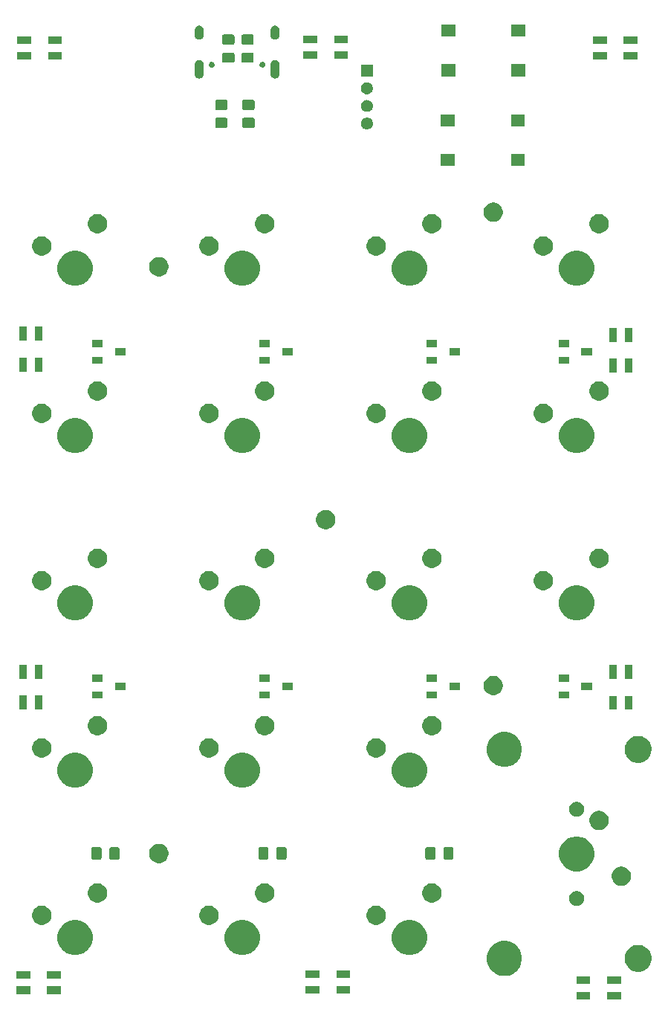
<source format=gbr>
G04 #@! TF.GenerationSoftware,KiCad,Pcbnew,5.0.1*
G04 #@! TF.CreationDate,2019-02-06T13:48:55+01:00*
G04 #@! TF.ProjectId,keypad,6B65797061642E6B696361645F706362,rev?*
G04 #@! TF.SameCoordinates,Original*
G04 #@! TF.FileFunction,Soldermask,Bot*
G04 #@! TF.FilePolarity,Negative*
%FSLAX46Y46*%
G04 Gerber Fmt 4.6, Leading zero omitted, Abs format (unit mm)*
G04 Created by KiCad (PCBNEW 5.0.1) date Wed 06 Feb 2019 01:48:55 PM CET*
%MOMM*%
%LPD*%
G01*
G04 APERTURE LIST*
%ADD10C,0.100000*%
G04 APERTURE END LIST*
D10*
G36*
X180350000Y-148400000D02*
X178750000Y-148400000D01*
X178750000Y-147550000D01*
X180350000Y-147550000D01*
X180350000Y-148400000D01*
X180350000Y-148400000D01*
G37*
G36*
X176850000Y-148400000D02*
X175250000Y-148400000D01*
X175250000Y-147550000D01*
X176850000Y-147550000D01*
X176850000Y-148400000D01*
X176850000Y-148400000D01*
G37*
G36*
X116550000Y-147800000D02*
X114950000Y-147800000D01*
X114950000Y-146950000D01*
X116550000Y-146950000D01*
X116550000Y-147800000D01*
X116550000Y-147800000D01*
G37*
G36*
X113050000Y-147800000D02*
X111450000Y-147800000D01*
X111450000Y-146950000D01*
X113050000Y-146950000D01*
X113050000Y-147800000D01*
X113050000Y-147800000D01*
G37*
G36*
X149500000Y-147725000D02*
X147900000Y-147725000D01*
X147900000Y-146875000D01*
X149500000Y-146875000D01*
X149500000Y-147725000D01*
X149500000Y-147725000D01*
G37*
G36*
X146000000Y-147725000D02*
X144400000Y-147725000D01*
X144400000Y-146875000D01*
X146000000Y-146875000D01*
X146000000Y-147725000D01*
X146000000Y-147725000D01*
G37*
G36*
X176850000Y-146650000D02*
X175250000Y-146650000D01*
X175250000Y-145800000D01*
X176850000Y-145800000D01*
X176850000Y-146650000D01*
X176850000Y-146650000D01*
G37*
G36*
X180350000Y-146650000D02*
X178750000Y-146650000D01*
X178750000Y-145800000D01*
X180350000Y-145800000D01*
X180350000Y-146650000D01*
X180350000Y-146650000D01*
G37*
G36*
X113050000Y-146050000D02*
X111450000Y-146050000D01*
X111450000Y-145200000D01*
X113050000Y-145200000D01*
X113050000Y-146050000D01*
X113050000Y-146050000D01*
G37*
G36*
X116550000Y-146050000D02*
X114950000Y-146050000D01*
X114950000Y-145200000D01*
X116550000Y-145200000D01*
X116550000Y-146050000D01*
X116550000Y-146050000D01*
G37*
G36*
X149500000Y-145975000D02*
X147900000Y-145975000D01*
X147900000Y-145125000D01*
X149500000Y-145125000D01*
X149500000Y-145975000D01*
X149500000Y-145975000D01*
G37*
G36*
X146000000Y-145975000D02*
X144400000Y-145975000D01*
X144400000Y-145125000D01*
X146000000Y-145125000D01*
X146000000Y-145975000D01*
X146000000Y-145975000D01*
G37*
G36*
X167637128Y-141835609D02*
X168001104Y-141986372D01*
X168328679Y-142205251D01*
X168607249Y-142483821D01*
X168826128Y-142811396D01*
X168976891Y-143175372D01*
X169053750Y-143561766D01*
X169053750Y-143955734D01*
X168976891Y-144342128D01*
X168826128Y-144706104D01*
X168607249Y-145033679D01*
X168328679Y-145312249D01*
X168001104Y-145531128D01*
X167637128Y-145681891D01*
X167250734Y-145758750D01*
X166856766Y-145758750D01*
X166470372Y-145681891D01*
X166106396Y-145531128D01*
X165778821Y-145312249D01*
X165500251Y-145033679D01*
X165281372Y-144706104D01*
X165130609Y-144342128D01*
X165053750Y-143955734D01*
X165053750Y-143561766D01*
X165130609Y-143175372D01*
X165281372Y-142811396D01*
X165500251Y-142483821D01*
X165778821Y-142205251D01*
X166106396Y-141986372D01*
X166470372Y-141835609D01*
X166856766Y-141758750D01*
X167250734Y-141758750D01*
X167637128Y-141835609D01*
X167637128Y-141835609D01*
G37*
G36*
X182738573Y-142292354D02*
X182738575Y-142292355D01*
X182738576Y-142292355D01*
X183016108Y-142407312D01*
X183016109Y-142407313D01*
X183265884Y-142574207D01*
X183478293Y-142786616D01*
X183478295Y-142786619D01*
X183645188Y-143036392D01*
X183760145Y-143313924D01*
X183760146Y-143313927D01*
X183809444Y-143561766D01*
X183818750Y-143608551D01*
X183818750Y-143908949D01*
X183760145Y-144203576D01*
X183645188Y-144481108D01*
X183645187Y-144481109D01*
X183478293Y-144730884D01*
X183265884Y-144943293D01*
X183265881Y-144943295D01*
X183016108Y-145110188D01*
X182738576Y-145225145D01*
X182738575Y-145225145D01*
X182738573Y-145225146D01*
X182443951Y-145283750D01*
X182143549Y-145283750D01*
X181848927Y-145225146D01*
X181848925Y-145225145D01*
X181848924Y-145225145D01*
X181571392Y-145110188D01*
X181321619Y-144943295D01*
X181321616Y-144943293D01*
X181109207Y-144730884D01*
X180942313Y-144481109D01*
X180942312Y-144481108D01*
X180827355Y-144203576D01*
X180768750Y-143908949D01*
X180768750Y-143608551D01*
X180778056Y-143561766D01*
X180827354Y-143313927D01*
X180827355Y-143313924D01*
X180942312Y-143036392D01*
X181109205Y-142786619D01*
X181109207Y-142786616D01*
X181321616Y-142574207D01*
X181571391Y-142407313D01*
X181571392Y-142407312D01*
X181848924Y-142292355D01*
X181848925Y-142292355D01*
X181848927Y-142292354D01*
X182143549Y-142233750D01*
X182443951Y-142233750D01*
X182738573Y-142292354D01*
X182738573Y-142292354D01*
G37*
G36*
X118725128Y-139459609D02*
X119089104Y-139610372D01*
X119416679Y-139829251D01*
X119695249Y-140107821D01*
X119914128Y-140435396D01*
X120064891Y-140799372D01*
X120141750Y-141185766D01*
X120141750Y-141579734D01*
X120064891Y-141966128D01*
X119914128Y-142330104D01*
X119695249Y-142657679D01*
X119416679Y-142936249D01*
X119089104Y-143155128D01*
X118725128Y-143305891D01*
X118338734Y-143382750D01*
X117944766Y-143382750D01*
X117558372Y-143305891D01*
X117194396Y-143155128D01*
X116866821Y-142936249D01*
X116588251Y-142657679D01*
X116369372Y-142330104D01*
X116218609Y-141966128D01*
X116141750Y-141579734D01*
X116141750Y-141185766D01*
X116218609Y-140799372D01*
X116369372Y-140435396D01*
X116588251Y-140107821D01*
X116866821Y-139829251D01*
X117194396Y-139610372D01*
X117558372Y-139459609D01*
X117944766Y-139382750D01*
X118338734Y-139382750D01*
X118725128Y-139459609D01*
X118725128Y-139459609D01*
G37*
G36*
X156825128Y-139459609D02*
X157189104Y-139610372D01*
X157516679Y-139829251D01*
X157795249Y-140107821D01*
X158014128Y-140435396D01*
X158164891Y-140799372D01*
X158241750Y-141185766D01*
X158241750Y-141579734D01*
X158164891Y-141966128D01*
X158014128Y-142330104D01*
X157795249Y-142657679D01*
X157516679Y-142936249D01*
X157189104Y-143155128D01*
X156825128Y-143305891D01*
X156438734Y-143382750D01*
X156044766Y-143382750D01*
X155658372Y-143305891D01*
X155294396Y-143155128D01*
X154966821Y-142936249D01*
X154688251Y-142657679D01*
X154469372Y-142330104D01*
X154318609Y-141966128D01*
X154241750Y-141579734D01*
X154241750Y-141185766D01*
X154318609Y-140799372D01*
X154469372Y-140435396D01*
X154688251Y-140107821D01*
X154966821Y-139829251D01*
X155294396Y-139610372D01*
X155658372Y-139459609D01*
X156044766Y-139382750D01*
X156438734Y-139382750D01*
X156825128Y-139459609D01*
X156825128Y-139459609D01*
G37*
G36*
X137775128Y-139459609D02*
X138139104Y-139610372D01*
X138466679Y-139829251D01*
X138745249Y-140107821D01*
X138964128Y-140435396D01*
X139114891Y-140799372D01*
X139191750Y-141185766D01*
X139191750Y-141579734D01*
X139114891Y-141966128D01*
X138964128Y-142330104D01*
X138745249Y-142657679D01*
X138466679Y-142936249D01*
X138139104Y-143155128D01*
X137775128Y-143305891D01*
X137388734Y-143382750D01*
X136994766Y-143382750D01*
X136608372Y-143305891D01*
X136244396Y-143155128D01*
X135916821Y-142936249D01*
X135638251Y-142657679D01*
X135419372Y-142330104D01*
X135268609Y-141966128D01*
X135191750Y-141579734D01*
X135191750Y-141185766D01*
X135268609Y-140799372D01*
X135419372Y-140435396D01*
X135638251Y-140107821D01*
X135916821Y-139829251D01*
X136244396Y-139610372D01*
X136608372Y-139459609D01*
X136994766Y-139382750D01*
X137388734Y-139382750D01*
X137775128Y-139459609D01*
X137775128Y-139459609D01*
G37*
G36*
X133702607Y-137785022D02*
X133902792Y-137867941D01*
X134082963Y-137988328D01*
X134236172Y-138141537D01*
X134356559Y-138321708D01*
X134439478Y-138521893D01*
X134481750Y-138734408D01*
X134481750Y-138951092D01*
X134439478Y-139163607D01*
X134356559Y-139363792D01*
X134236172Y-139543963D01*
X134082963Y-139697172D01*
X133902792Y-139817559D01*
X133702607Y-139900478D01*
X133490092Y-139942750D01*
X133273408Y-139942750D01*
X133060893Y-139900478D01*
X132860708Y-139817559D01*
X132680537Y-139697172D01*
X132527328Y-139543963D01*
X132406941Y-139363792D01*
X132324022Y-139163607D01*
X132281750Y-138951092D01*
X132281750Y-138734408D01*
X132324022Y-138521893D01*
X132406941Y-138321708D01*
X132527328Y-138141537D01*
X132680537Y-137988328D01*
X132860708Y-137867941D01*
X133060893Y-137785022D01*
X133273408Y-137742750D01*
X133490092Y-137742750D01*
X133702607Y-137785022D01*
X133702607Y-137785022D01*
G37*
G36*
X114652607Y-137785022D02*
X114852792Y-137867941D01*
X115032963Y-137988328D01*
X115186172Y-138141537D01*
X115306559Y-138321708D01*
X115389478Y-138521893D01*
X115431750Y-138734408D01*
X115431750Y-138951092D01*
X115389478Y-139163607D01*
X115306559Y-139363792D01*
X115186172Y-139543963D01*
X115032963Y-139697172D01*
X114852792Y-139817559D01*
X114652607Y-139900478D01*
X114440092Y-139942750D01*
X114223408Y-139942750D01*
X114010893Y-139900478D01*
X113810708Y-139817559D01*
X113630537Y-139697172D01*
X113477328Y-139543963D01*
X113356941Y-139363792D01*
X113274022Y-139163607D01*
X113231750Y-138951092D01*
X113231750Y-138734408D01*
X113274022Y-138521893D01*
X113356941Y-138321708D01*
X113477328Y-138141537D01*
X113630537Y-137988328D01*
X113810708Y-137867941D01*
X114010893Y-137785022D01*
X114223408Y-137742750D01*
X114440092Y-137742750D01*
X114652607Y-137785022D01*
X114652607Y-137785022D01*
G37*
G36*
X152752607Y-137785022D02*
X152952792Y-137867941D01*
X153132963Y-137988328D01*
X153286172Y-138141537D01*
X153406559Y-138321708D01*
X153489478Y-138521893D01*
X153531750Y-138734408D01*
X153531750Y-138951092D01*
X153489478Y-139163607D01*
X153406559Y-139363792D01*
X153286172Y-139543963D01*
X153132963Y-139697172D01*
X152952792Y-139817559D01*
X152752607Y-139900478D01*
X152540092Y-139942750D01*
X152323408Y-139942750D01*
X152110893Y-139900478D01*
X151910708Y-139817559D01*
X151730537Y-139697172D01*
X151577328Y-139543963D01*
X151456941Y-139363792D01*
X151374022Y-139163607D01*
X151331750Y-138951092D01*
X151331750Y-138734408D01*
X151374022Y-138521893D01*
X151456941Y-138321708D01*
X151577328Y-138141537D01*
X151730537Y-137988328D01*
X151910708Y-137867941D01*
X152110893Y-137785022D01*
X152323408Y-137742750D01*
X152540092Y-137742750D01*
X152752607Y-137785022D01*
X152752607Y-137785022D01*
G37*
G36*
X175541684Y-136121414D02*
X175696377Y-136185490D01*
X175835597Y-136278514D01*
X175953986Y-136396903D01*
X176047010Y-136536123D01*
X176111086Y-136690816D01*
X176143750Y-136855031D01*
X176143750Y-137022469D01*
X176111086Y-137186684D01*
X176047010Y-137341377D01*
X175953986Y-137480597D01*
X175835597Y-137598986D01*
X175696377Y-137692010D01*
X175541684Y-137756086D01*
X175377469Y-137788750D01*
X175210031Y-137788750D01*
X175045816Y-137756086D01*
X174891123Y-137692010D01*
X174751903Y-137598986D01*
X174633514Y-137480597D01*
X174540490Y-137341377D01*
X174476414Y-137186684D01*
X174443750Y-137022469D01*
X174443750Y-136855031D01*
X174476414Y-136690816D01*
X174540490Y-136536123D01*
X174633514Y-136396903D01*
X174751903Y-136278514D01*
X174891123Y-136185490D01*
X175045816Y-136121414D01*
X175210031Y-136088750D01*
X175377469Y-136088750D01*
X175541684Y-136121414D01*
X175541684Y-136121414D01*
G37*
G36*
X121002607Y-135245022D02*
X121202792Y-135327941D01*
X121382963Y-135448328D01*
X121536172Y-135601537D01*
X121656559Y-135781708D01*
X121739478Y-135981893D01*
X121781750Y-136194408D01*
X121781750Y-136411092D01*
X121739478Y-136623607D01*
X121656559Y-136823792D01*
X121536172Y-137003963D01*
X121382963Y-137157172D01*
X121382960Y-137157174D01*
X121382959Y-137157175D01*
X121202795Y-137277557D01*
X121202792Y-137277559D01*
X121002607Y-137360478D01*
X120790092Y-137402750D01*
X120573408Y-137402750D01*
X120360893Y-137360478D01*
X120160708Y-137277559D01*
X120160705Y-137277557D01*
X119980541Y-137157175D01*
X119980540Y-137157174D01*
X119980537Y-137157172D01*
X119827328Y-137003963D01*
X119706941Y-136823792D01*
X119624022Y-136623607D01*
X119581750Y-136411092D01*
X119581750Y-136194408D01*
X119624022Y-135981893D01*
X119706941Y-135781708D01*
X119827328Y-135601537D01*
X119980537Y-135448328D01*
X120160708Y-135327941D01*
X120360893Y-135245022D01*
X120573408Y-135202750D01*
X120790092Y-135202750D01*
X121002607Y-135245022D01*
X121002607Y-135245022D01*
G37*
G36*
X140052607Y-135245022D02*
X140252792Y-135327941D01*
X140432963Y-135448328D01*
X140586172Y-135601537D01*
X140706559Y-135781708D01*
X140789478Y-135981893D01*
X140831750Y-136194408D01*
X140831750Y-136411092D01*
X140789478Y-136623607D01*
X140706559Y-136823792D01*
X140586172Y-137003963D01*
X140432963Y-137157172D01*
X140432960Y-137157174D01*
X140432959Y-137157175D01*
X140252795Y-137277557D01*
X140252792Y-137277559D01*
X140052607Y-137360478D01*
X139840092Y-137402750D01*
X139623408Y-137402750D01*
X139410893Y-137360478D01*
X139210708Y-137277559D01*
X139210705Y-137277557D01*
X139030541Y-137157175D01*
X139030540Y-137157174D01*
X139030537Y-137157172D01*
X138877328Y-137003963D01*
X138756941Y-136823792D01*
X138674022Y-136623607D01*
X138631750Y-136411092D01*
X138631750Y-136194408D01*
X138674022Y-135981893D01*
X138756941Y-135781708D01*
X138877328Y-135601537D01*
X139030537Y-135448328D01*
X139210708Y-135327941D01*
X139410893Y-135245022D01*
X139623408Y-135202750D01*
X139840092Y-135202750D01*
X140052607Y-135245022D01*
X140052607Y-135245022D01*
G37*
G36*
X159102607Y-135245022D02*
X159302792Y-135327941D01*
X159482963Y-135448328D01*
X159636172Y-135601537D01*
X159756559Y-135781708D01*
X159839478Y-135981893D01*
X159881750Y-136194408D01*
X159881750Y-136411092D01*
X159839478Y-136623607D01*
X159756559Y-136823792D01*
X159636172Y-137003963D01*
X159482963Y-137157172D01*
X159482960Y-137157174D01*
X159482959Y-137157175D01*
X159302795Y-137277557D01*
X159302792Y-137277559D01*
X159102607Y-137360478D01*
X158890092Y-137402750D01*
X158673408Y-137402750D01*
X158460893Y-137360478D01*
X158260708Y-137277559D01*
X158260705Y-137277557D01*
X158080541Y-137157175D01*
X158080540Y-137157174D01*
X158080537Y-137157172D01*
X157927328Y-137003963D01*
X157806941Y-136823792D01*
X157724022Y-136623607D01*
X157681750Y-136411092D01*
X157681750Y-136194408D01*
X157724022Y-135981893D01*
X157806941Y-135781708D01*
X157927328Y-135601537D01*
X158080537Y-135448328D01*
X158260708Y-135327941D01*
X158460893Y-135245022D01*
X158673408Y-135202750D01*
X158890092Y-135202750D01*
X159102607Y-135245022D01*
X159102607Y-135245022D01*
G37*
G36*
X180694607Y-133341022D02*
X180894792Y-133423941D01*
X181074963Y-133544328D01*
X181228172Y-133697537D01*
X181348559Y-133877708D01*
X181431478Y-134077893D01*
X181473750Y-134290408D01*
X181473750Y-134507092D01*
X181431478Y-134719607D01*
X181348559Y-134919792D01*
X181228172Y-135099963D01*
X181074963Y-135253172D01*
X180894792Y-135373559D01*
X180694607Y-135456478D01*
X180482092Y-135498750D01*
X180265408Y-135498750D01*
X180052893Y-135456478D01*
X179852708Y-135373559D01*
X179672537Y-135253172D01*
X179519328Y-135099963D01*
X179398941Y-134919792D01*
X179316022Y-134719607D01*
X179273750Y-134507092D01*
X179273750Y-134290408D01*
X179316022Y-134077893D01*
X179398941Y-133877708D01*
X179519328Y-133697537D01*
X179672537Y-133544328D01*
X179852708Y-133423941D01*
X180052893Y-133341022D01*
X180265408Y-133298750D01*
X180482092Y-133298750D01*
X180694607Y-133341022D01*
X180694607Y-133341022D01*
G37*
G36*
X175877128Y-129935609D02*
X176241104Y-130086372D01*
X176568679Y-130305251D01*
X176847249Y-130583821D01*
X177066128Y-130911396D01*
X177216891Y-131275372D01*
X177293750Y-131661766D01*
X177293750Y-132055734D01*
X177216891Y-132442128D01*
X177066128Y-132806104D01*
X176847249Y-133133679D01*
X176568679Y-133412249D01*
X176241104Y-133631128D01*
X175877128Y-133781891D01*
X175490734Y-133858750D01*
X175096766Y-133858750D01*
X174710372Y-133781891D01*
X174346396Y-133631128D01*
X174018821Y-133412249D01*
X173740251Y-133133679D01*
X173521372Y-132806104D01*
X173370609Y-132442128D01*
X173293750Y-132055734D01*
X173293750Y-131661766D01*
X173370609Y-131275372D01*
X173521372Y-130911396D01*
X173740251Y-130583821D01*
X174018821Y-130305251D01*
X174346396Y-130086372D01*
X174710372Y-129935609D01*
X175096766Y-129858750D01*
X175490734Y-129858750D01*
X175877128Y-129935609D01*
X175877128Y-129935609D01*
G37*
G36*
X128020857Y-130742272D02*
X128221042Y-130825191D01*
X128221045Y-130825193D01*
X128350057Y-130911396D01*
X128401213Y-130945578D01*
X128554422Y-131098787D01*
X128554424Y-131098790D01*
X128554425Y-131098791D01*
X128604159Y-131173223D01*
X128674809Y-131278958D01*
X128757728Y-131479143D01*
X128800000Y-131691658D01*
X128800000Y-131908342D01*
X128757728Y-132120857D01*
X128674809Y-132321042D01*
X128674807Y-132321045D01*
X128557932Y-132495961D01*
X128554422Y-132501213D01*
X128401213Y-132654422D01*
X128221042Y-132774809D01*
X128020857Y-132857728D01*
X127808342Y-132900000D01*
X127591658Y-132900000D01*
X127379143Y-132857728D01*
X127178958Y-132774809D01*
X126998787Y-132654422D01*
X126845578Y-132501213D01*
X126842069Y-132495961D01*
X126725193Y-132321045D01*
X126725191Y-132321042D01*
X126642272Y-132120857D01*
X126600000Y-131908342D01*
X126600000Y-131691658D01*
X126642272Y-131479143D01*
X126725191Y-131278958D01*
X126795841Y-131173223D01*
X126845575Y-131098791D01*
X126845576Y-131098790D01*
X126845578Y-131098787D01*
X126998787Y-130945578D01*
X127049944Y-130911396D01*
X127178955Y-130825193D01*
X127178958Y-130825191D01*
X127379143Y-130742272D01*
X127591658Y-130700000D01*
X127808342Y-130700000D01*
X128020857Y-130742272D01*
X128020857Y-130742272D01*
G37*
G36*
X140033022Y-131104039D02*
X140066553Y-131114211D01*
X140097460Y-131130731D01*
X140124543Y-131152957D01*
X140146769Y-131180040D01*
X140163289Y-131210947D01*
X140173461Y-131244478D01*
X140177500Y-131285487D01*
X140177500Y-132314513D01*
X140173461Y-132355522D01*
X140163289Y-132389053D01*
X140146769Y-132419960D01*
X140124543Y-132447043D01*
X140097460Y-132469269D01*
X140066553Y-132485789D01*
X140033022Y-132495961D01*
X139992013Y-132500000D01*
X139212987Y-132500000D01*
X139171978Y-132495961D01*
X139138447Y-132485789D01*
X139107540Y-132469269D01*
X139080457Y-132447043D01*
X139058231Y-132419960D01*
X139041711Y-132389053D01*
X139031539Y-132355522D01*
X139027500Y-132314513D01*
X139027500Y-131285487D01*
X139031539Y-131244478D01*
X139041711Y-131210947D01*
X139058231Y-131180040D01*
X139080457Y-131152957D01*
X139107540Y-131130731D01*
X139138447Y-131114211D01*
X139171978Y-131104039D01*
X139212987Y-131100000D01*
X139992013Y-131100000D01*
X140033022Y-131104039D01*
X140033022Y-131104039D01*
G37*
G36*
X161110522Y-131104039D02*
X161144053Y-131114211D01*
X161174960Y-131130731D01*
X161202043Y-131152957D01*
X161224269Y-131180040D01*
X161240789Y-131210947D01*
X161250961Y-131244478D01*
X161255000Y-131285487D01*
X161255000Y-132314513D01*
X161250961Y-132355522D01*
X161240789Y-132389053D01*
X161224269Y-132419960D01*
X161202043Y-132447043D01*
X161174960Y-132469269D01*
X161144053Y-132485789D01*
X161110522Y-132495961D01*
X161069513Y-132500000D01*
X160290487Y-132500000D01*
X160249478Y-132495961D01*
X160215947Y-132485789D01*
X160185040Y-132469269D01*
X160157957Y-132447043D01*
X160135731Y-132419960D01*
X160119211Y-132389053D01*
X160109039Y-132355522D01*
X160105000Y-132314513D01*
X160105000Y-131285487D01*
X160109039Y-131244478D01*
X160119211Y-131210947D01*
X160135731Y-131180040D01*
X160157957Y-131152957D01*
X160185040Y-131130731D01*
X160215947Y-131114211D01*
X160249478Y-131104039D01*
X160290487Y-131100000D01*
X161069513Y-131100000D01*
X161110522Y-131104039D01*
X161110522Y-131104039D01*
G37*
G36*
X159060522Y-131104039D02*
X159094053Y-131114211D01*
X159124960Y-131130731D01*
X159152043Y-131152957D01*
X159174269Y-131180040D01*
X159190789Y-131210947D01*
X159200961Y-131244478D01*
X159205000Y-131285487D01*
X159205000Y-132314513D01*
X159200961Y-132355522D01*
X159190789Y-132389053D01*
X159174269Y-132419960D01*
X159152043Y-132447043D01*
X159124960Y-132469269D01*
X159094053Y-132485789D01*
X159060522Y-132495961D01*
X159019513Y-132500000D01*
X158240487Y-132500000D01*
X158199478Y-132495961D01*
X158165947Y-132485789D01*
X158135040Y-132469269D01*
X158107957Y-132447043D01*
X158085731Y-132419960D01*
X158069211Y-132389053D01*
X158059039Y-132355522D01*
X158055000Y-132314513D01*
X158055000Y-131285487D01*
X158059039Y-131244478D01*
X158069211Y-131210947D01*
X158085731Y-131180040D01*
X158107957Y-131152957D01*
X158135040Y-131130731D01*
X158165947Y-131114211D01*
X158199478Y-131104039D01*
X158240487Y-131100000D01*
X159019513Y-131100000D01*
X159060522Y-131104039D01*
X159060522Y-131104039D01*
G37*
G36*
X121005522Y-131104039D02*
X121039053Y-131114211D01*
X121069960Y-131130731D01*
X121097043Y-131152957D01*
X121119269Y-131180040D01*
X121135789Y-131210947D01*
X121145961Y-131244478D01*
X121150000Y-131285487D01*
X121150000Y-132314513D01*
X121145961Y-132355522D01*
X121135789Y-132389053D01*
X121119269Y-132419960D01*
X121097043Y-132447043D01*
X121069960Y-132469269D01*
X121039053Y-132485789D01*
X121005522Y-132495961D01*
X120964513Y-132500000D01*
X120185487Y-132500000D01*
X120144478Y-132495961D01*
X120110947Y-132485789D01*
X120080040Y-132469269D01*
X120052957Y-132447043D01*
X120030731Y-132419960D01*
X120014211Y-132389053D01*
X120004039Y-132355522D01*
X120000000Y-132314513D01*
X120000000Y-131285487D01*
X120004039Y-131244478D01*
X120014211Y-131210947D01*
X120030731Y-131180040D01*
X120052957Y-131152957D01*
X120080040Y-131130731D01*
X120110947Y-131114211D01*
X120144478Y-131104039D01*
X120185487Y-131100000D01*
X120964513Y-131100000D01*
X121005522Y-131104039D01*
X121005522Y-131104039D01*
G37*
G36*
X123055522Y-131104039D02*
X123089053Y-131114211D01*
X123119960Y-131130731D01*
X123147043Y-131152957D01*
X123169269Y-131180040D01*
X123185789Y-131210947D01*
X123195961Y-131244478D01*
X123200000Y-131285487D01*
X123200000Y-132314513D01*
X123195961Y-132355522D01*
X123185789Y-132389053D01*
X123169269Y-132419960D01*
X123147043Y-132447043D01*
X123119960Y-132469269D01*
X123089053Y-132485789D01*
X123055522Y-132495961D01*
X123014513Y-132500000D01*
X122235487Y-132500000D01*
X122194478Y-132495961D01*
X122160947Y-132485789D01*
X122130040Y-132469269D01*
X122102957Y-132447043D01*
X122080731Y-132419960D01*
X122064211Y-132389053D01*
X122054039Y-132355522D01*
X122050000Y-132314513D01*
X122050000Y-131285487D01*
X122054039Y-131244478D01*
X122064211Y-131210947D01*
X122080731Y-131180040D01*
X122102957Y-131152957D01*
X122130040Y-131130731D01*
X122160947Y-131114211D01*
X122194478Y-131104039D01*
X122235487Y-131100000D01*
X123014513Y-131100000D01*
X123055522Y-131104039D01*
X123055522Y-131104039D01*
G37*
G36*
X142083022Y-131104039D02*
X142116553Y-131114211D01*
X142147460Y-131130731D01*
X142174543Y-131152957D01*
X142196769Y-131180040D01*
X142213289Y-131210947D01*
X142223461Y-131244478D01*
X142227500Y-131285487D01*
X142227500Y-132314513D01*
X142223461Y-132355522D01*
X142213289Y-132389053D01*
X142196769Y-132419960D01*
X142174543Y-132447043D01*
X142147460Y-132469269D01*
X142116553Y-132485789D01*
X142083022Y-132495961D01*
X142042013Y-132500000D01*
X141262987Y-132500000D01*
X141221978Y-132495961D01*
X141188447Y-132485789D01*
X141157540Y-132469269D01*
X141130457Y-132447043D01*
X141108231Y-132419960D01*
X141091711Y-132389053D01*
X141081539Y-132355522D01*
X141077500Y-132314513D01*
X141077500Y-131285487D01*
X141081539Y-131244478D01*
X141091711Y-131210947D01*
X141108231Y-131180040D01*
X141130457Y-131152957D01*
X141157540Y-131130731D01*
X141188447Y-131114211D01*
X141221978Y-131104039D01*
X141262987Y-131100000D01*
X142042013Y-131100000D01*
X142083022Y-131104039D01*
X142083022Y-131104039D01*
G37*
G36*
X178154607Y-126991022D02*
X178354792Y-127073941D01*
X178534963Y-127194328D01*
X178688172Y-127347537D01*
X178808559Y-127527708D01*
X178891478Y-127727893D01*
X178933750Y-127940408D01*
X178933750Y-128157092D01*
X178891478Y-128369607D01*
X178808559Y-128569792D01*
X178688172Y-128749963D01*
X178534963Y-128903172D01*
X178354792Y-129023559D01*
X178154607Y-129106478D01*
X177942092Y-129148750D01*
X177725408Y-129148750D01*
X177512893Y-129106478D01*
X177312708Y-129023559D01*
X177132537Y-128903172D01*
X176979328Y-128749963D01*
X176858941Y-128569792D01*
X176776022Y-128369607D01*
X176733750Y-128157092D01*
X176733750Y-127940408D01*
X176776022Y-127727893D01*
X176858941Y-127527708D01*
X176979328Y-127347537D01*
X177132537Y-127194328D01*
X177312708Y-127073941D01*
X177512893Y-126991022D01*
X177725408Y-126948750D01*
X177942092Y-126948750D01*
X178154607Y-126991022D01*
X178154607Y-126991022D01*
G37*
G36*
X175541684Y-125961414D02*
X175696377Y-126025490D01*
X175835597Y-126118514D01*
X175953986Y-126236903D01*
X176047010Y-126376123D01*
X176111086Y-126530816D01*
X176143750Y-126695031D01*
X176143750Y-126862469D01*
X176111086Y-127026684D01*
X176047010Y-127181377D01*
X175953986Y-127320597D01*
X175835597Y-127438986D01*
X175696377Y-127532010D01*
X175541684Y-127596086D01*
X175377469Y-127628750D01*
X175210031Y-127628750D01*
X175045816Y-127596086D01*
X174891123Y-127532010D01*
X174751903Y-127438986D01*
X174633514Y-127320597D01*
X174540490Y-127181377D01*
X174476414Y-127026684D01*
X174443750Y-126862469D01*
X174443750Y-126695031D01*
X174476414Y-126530816D01*
X174540490Y-126376123D01*
X174633514Y-126236903D01*
X174751903Y-126118514D01*
X174891123Y-126025490D01*
X175045816Y-125961414D01*
X175210031Y-125928750D01*
X175377469Y-125928750D01*
X175541684Y-125961414D01*
X175541684Y-125961414D01*
G37*
G36*
X156825128Y-120409609D02*
X157189104Y-120560372D01*
X157516679Y-120779251D01*
X157795249Y-121057821D01*
X158014128Y-121385396D01*
X158164891Y-121749372D01*
X158241750Y-122135766D01*
X158241750Y-122529734D01*
X158164891Y-122916128D01*
X158014128Y-123280104D01*
X157795249Y-123607679D01*
X157516679Y-123886249D01*
X157189104Y-124105128D01*
X156825128Y-124255891D01*
X156438734Y-124332750D01*
X156044766Y-124332750D01*
X155658372Y-124255891D01*
X155294396Y-124105128D01*
X154966821Y-123886249D01*
X154688251Y-123607679D01*
X154469372Y-123280104D01*
X154318609Y-122916128D01*
X154241750Y-122529734D01*
X154241750Y-122135766D01*
X154318609Y-121749372D01*
X154469372Y-121385396D01*
X154688251Y-121057821D01*
X154966821Y-120779251D01*
X155294396Y-120560372D01*
X155658372Y-120409609D01*
X156044766Y-120332750D01*
X156438734Y-120332750D01*
X156825128Y-120409609D01*
X156825128Y-120409609D01*
G37*
G36*
X137775128Y-120409609D02*
X138139104Y-120560372D01*
X138466679Y-120779251D01*
X138745249Y-121057821D01*
X138964128Y-121385396D01*
X139114891Y-121749372D01*
X139191750Y-122135766D01*
X139191750Y-122529734D01*
X139114891Y-122916128D01*
X138964128Y-123280104D01*
X138745249Y-123607679D01*
X138466679Y-123886249D01*
X138139104Y-124105128D01*
X137775128Y-124255891D01*
X137388734Y-124332750D01*
X136994766Y-124332750D01*
X136608372Y-124255891D01*
X136244396Y-124105128D01*
X135916821Y-123886249D01*
X135638251Y-123607679D01*
X135419372Y-123280104D01*
X135268609Y-122916128D01*
X135191750Y-122529734D01*
X135191750Y-122135766D01*
X135268609Y-121749372D01*
X135419372Y-121385396D01*
X135638251Y-121057821D01*
X135916821Y-120779251D01*
X136244396Y-120560372D01*
X136608372Y-120409609D01*
X136994766Y-120332750D01*
X137388734Y-120332750D01*
X137775128Y-120409609D01*
X137775128Y-120409609D01*
G37*
G36*
X118725128Y-120409609D02*
X119089104Y-120560372D01*
X119416679Y-120779251D01*
X119695249Y-121057821D01*
X119914128Y-121385396D01*
X120064891Y-121749372D01*
X120141750Y-122135766D01*
X120141750Y-122529734D01*
X120064891Y-122916128D01*
X119914128Y-123280104D01*
X119695249Y-123607679D01*
X119416679Y-123886249D01*
X119089104Y-124105128D01*
X118725128Y-124255891D01*
X118338734Y-124332750D01*
X117944766Y-124332750D01*
X117558372Y-124255891D01*
X117194396Y-124105128D01*
X116866821Y-123886249D01*
X116588251Y-123607679D01*
X116369372Y-123280104D01*
X116218609Y-122916128D01*
X116141750Y-122529734D01*
X116141750Y-122135766D01*
X116218609Y-121749372D01*
X116369372Y-121385396D01*
X116588251Y-121057821D01*
X116866821Y-120779251D01*
X117194396Y-120560372D01*
X117558372Y-120409609D01*
X117944766Y-120332750D01*
X118338734Y-120332750D01*
X118725128Y-120409609D01*
X118725128Y-120409609D01*
G37*
G36*
X167637128Y-118035609D02*
X168001104Y-118186372D01*
X168328679Y-118405251D01*
X168607249Y-118683821D01*
X168826128Y-119011396D01*
X168976891Y-119375372D01*
X169053750Y-119761766D01*
X169053750Y-120155734D01*
X168976891Y-120542128D01*
X168826128Y-120906104D01*
X168607249Y-121233679D01*
X168328679Y-121512249D01*
X168001104Y-121731128D01*
X167637128Y-121881891D01*
X167250734Y-121958750D01*
X166856766Y-121958750D01*
X166470372Y-121881891D01*
X166106396Y-121731128D01*
X165778821Y-121512249D01*
X165500251Y-121233679D01*
X165281372Y-120906104D01*
X165130609Y-120542128D01*
X165053750Y-120155734D01*
X165053750Y-119761766D01*
X165130609Y-119375372D01*
X165281372Y-119011396D01*
X165500251Y-118683821D01*
X165778821Y-118405251D01*
X166106396Y-118186372D01*
X166470372Y-118035609D01*
X166856766Y-117958750D01*
X167250734Y-117958750D01*
X167637128Y-118035609D01*
X167637128Y-118035609D01*
G37*
G36*
X182738573Y-118492354D02*
X182738575Y-118492355D01*
X182738576Y-118492355D01*
X183016108Y-118607312D01*
X183207241Y-118735023D01*
X183265884Y-118774207D01*
X183478293Y-118986616D01*
X183478295Y-118986619D01*
X183645188Y-119236392D01*
X183659815Y-119271705D01*
X183760146Y-119513927D01*
X183818750Y-119808549D01*
X183818750Y-120108951D01*
X183774234Y-120332750D01*
X183760145Y-120403576D01*
X183645188Y-120681108D01*
X183503773Y-120892750D01*
X183478293Y-120930884D01*
X183265884Y-121143293D01*
X183265881Y-121143295D01*
X183016108Y-121310188D01*
X182738576Y-121425145D01*
X182738575Y-121425145D01*
X182738573Y-121425146D01*
X182443951Y-121483750D01*
X182143549Y-121483750D01*
X181848927Y-121425146D01*
X181848925Y-121425145D01*
X181848924Y-121425145D01*
X181571392Y-121310188D01*
X181321619Y-121143295D01*
X181321616Y-121143293D01*
X181109207Y-120930884D01*
X181083727Y-120892750D01*
X180942312Y-120681108D01*
X180827355Y-120403576D01*
X180813267Y-120332750D01*
X180768750Y-120108951D01*
X180768750Y-119808549D01*
X180827354Y-119513927D01*
X180927685Y-119271705D01*
X180942312Y-119236392D01*
X181109205Y-118986619D01*
X181109207Y-118986616D01*
X181321616Y-118774207D01*
X181380259Y-118735023D01*
X181571392Y-118607312D01*
X181848924Y-118492355D01*
X181848925Y-118492355D01*
X181848927Y-118492354D01*
X182143549Y-118433750D01*
X182443951Y-118433750D01*
X182738573Y-118492354D01*
X182738573Y-118492354D01*
G37*
G36*
X133702607Y-118735022D02*
X133902792Y-118817941D01*
X134082963Y-118938328D01*
X134236172Y-119091537D01*
X134236174Y-119091540D01*
X134236175Y-119091541D01*
X134356557Y-119271705D01*
X134356559Y-119271708D01*
X134439478Y-119471893D01*
X134481750Y-119684408D01*
X134481750Y-119901092D01*
X134439478Y-120113607D01*
X134356559Y-120313792D01*
X134236172Y-120493963D01*
X134082963Y-120647172D01*
X134082960Y-120647174D01*
X134082959Y-120647175D01*
X134032173Y-120681109D01*
X133902792Y-120767559D01*
X133702607Y-120850478D01*
X133490092Y-120892750D01*
X133273408Y-120892750D01*
X133060893Y-120850478D01*
X132860708Y-120767559D01*
X132731327Y-120681109D01*
X132680541Y-120647175D01*
X132680540Y-120647174D01*
X132680537Y-120647172D01*
X132527328Y-120493963D01*
X132406941Y-120313792D01*
X132324022Y-120113607D01*
X132281750Y-119901092D01*
X132281750Y-119684408D01*
X132324022Y-119471893D01*
X132406941Y-119271708D01*
X132406943Y-119271705D01*
X132527325Y-119091541D01*
X132527326Y-119091540D01*
X132527328Y-119091537D01*
X132680537Y-118938328D01*
X132860708Y-118817941D01*
X133060893Y-118735022D01*
X133273408Y-118692750D01*
X133490092Y-118692750D01*
X133702607Y-118735022D01*
X133702607Y-118735022D01*
G37*
G36*
X114652607Y-118735022D02*
X114852792Y-118817941D01*
X115032963Y-118938328D01*
X115186172Y-119091537D01*
X115186174Y-119091540D01*
X115186175Y-119091541D01*
X115306557Y-119271705D01*
X115306559Y-119271708D01*
X115389478Y-119471893D01*
X115431750Y-119684408D01*
X115431750Y-119901092D01*
X115389478Y-120113607D01*
X115306559Y-120313792D01*
X115186172Y-120493963D01*
X115032963Y-120647172D01*
X115032960Y-120647174D01*
X115032959Y-120647175D01*
X114982173Y-120681109D01*
X114852792Y-120767559D01*
X114652607Y-120850478D01*
X114440092Y-120892750D01*
X114223408Y-120892750D01*
X114010893Y-120850478D01*
X113810708Y-120767559D01*
X113681327Y-120681109D01*
X113630541Y-120647175D01*
X113630540Y-120647174D01*
X113630537Y-120647172D01*
X113477328Y-120493963D01*
X113356941Y-120313792D01*
X113274022Y-120113607D01*
X113231750Y-119901092D01*
X113231750Y-119684408D01*
X113274022Y-119471893D01*
X113356941Y-119271708D01*
X113356943Y-119271705D01*
X113477325Y-119091541D01*
X113477326Y-119091540D01*
X113477328Y-119091537D01*
X113630537Y-118938328D01*
X113810708Y-118817941D01*
X114010893Y-118735022D01*
X114223408Y-118692750D01*
X114440092Y-118692750D01*
X114652607Y-118735022D01*
X114652607Y-118735022D01*
G37*
G36*
X152752607Y-118735022D02*
X152952792Y-118817941D01*
X153132963Y-118938328D01*
X153286172Y-119091537D01*
X153286174Y-119091540D01*
X153286175Y-119091541D01*
X153406557Y-119271705D01*
X153406559Y-119271708D01*
X153489478Y-119471893D01*
X153531750Y-119684408D01*
X153531750Y-119901092D01*
X153489478Y-120113607D01*
X153406559Y-120313792D01*
X153286172Y-120493963D01*
X153132963Y-120647172D01*
X153132960Y-120647174D01*
X153132959Y-120647175D01*
X153082173Y-120681109D01*
X152952792Y-120767559D01*
X152752607Y-120850478D01*
X152540092Y-120892750D01*
X152323408Y-120892750D01*
X152110893Y-120850478D01*
X151910708Y-120767559D01*
X151781327Y-120681109D01*
X151730541Y-120647175D01*
X151730540Y-120647174D01*
X151730537Y-120647172D01*
X151577328Y-120493963D01*
X151456941Y-120313792D01*
X151374022Y-120113607D01*
X151331750Y-119901092D01*
X151331750Y-119684408D01*
X151374022Y-119471893D01*
X151456941Y-119271708D01*
X151456943Y-119271705D01*
X151577325Y-119091541D01*
X151577326Y-119091540D01*
X151577328Y-119091537D01*
X151730537Y-118938328D01*
X151910708Y-118817941D01*
X152110893Y-118735022D01*
X152323408Y-118692750D01*
X152540092Y-118692750D01*
X152752607Y-118735022D01*
X152752607Y-118735022D01*
G37*
G36*
X121002607Y-116195022D02*
X121202792Y-116277941D01*
X121382963Y-116398328D01*
X121536172Y-116551537D01*
X121656559Y-116731708D01*
X121739478Y-116931893D01*
X121781750Y-117144408D01*
X121781750Y-117361092D01*
X121739478Y-117573607D01*
X121656559Y-117773792D01*
X121536172Y-117953963D01*
X121382963Y-118107172D01*
X121382960Y-118107174D01*
X121382959Y-118107175D01*
X121264431Y-118186373D01*
X121202792Y-118227559D01*
X121002607Y-118310478D01*
X120790092Y-118352750D01*
X120573408Y-118352750D01*
X120360893Y-118310478D01*
X120160708Y-118227559D01*
X120099069Y-118186373D01*
X119980541Y-118107175D01*
X119980540Y-118107174D01*
X119980537Y-118107172D01*
X119827328Y-117953963D01*
X119706941Y-117773792D01*
X119624022Y-117573607D01*
X119581750Y-117361092D01*
X119581750Y-117144408D01*
X119624022Y-116931893D01*
X119706941Y-116731708D01*
X119827328Y-116551537D01*
X119980537Y-116398328D01*
X120160708Y-116277941D01*
X120360893Y-116195022D01*
X120573408Y-116152750D01*
X120790092Y-116152750D01*
X121002607Y-116195022D01*
X121002607Y-116195022D01*
G37*
G36*
X140052607Y-116195022D02*
X140252792Y-116277941D01*
X140432963Y-116398328D01*
X140586172Y-116551537D01*
X140706559Y-116731708D01*
X140789478Y-116931893D01*
X140831750Y-117144408D01*
X140831750Y-117361092D01*
X140789478Y-117573607D01*
X140706559Y-117773792D01*
X140586172Y-117953963D01*
X140432963Y-118107172D01*
X140432960Y-118107174D01*
X140432959Y-118107175D01*
X140314431Y-118186373D01*
X140252792Y-118227559D01*
X140052607Y-118310478D01*
X139840092Y-118352750D01*
X139623408Y-118352750D01*
X139410893Y-118310478D01*
X139210708Y-118227559D01*
X139149069Y-118186373D01*
X139030541Y-118107175D01*
X139030540Y-118107174D01*
X139030537Y-118107172D01*
X138877328Y-117953963D01*
X138756941Y-117773792D01*
X138674022Y-117573607D01*
X138631750Y-117361092D01*
X138631750Y-117144408D01*
X138674022Y-116931893D01*
X138756941Y-116731708D01*
X138877328Y-116551537D01*
X139030537Y-116398328D01*
X139210708Y-116277941D01*
X139410893Y-116195022D01*
X139623408Y-116152750D01*
X139840092Y-116152750D01*
X140052607Y-116195022D01*
X140052607Y-116195022D01*
G37*
G36*
X159102607Y-116195022D02*
X159302792Y-116277941D01*
X159482963Y-116398328D01*
X159636172Y-116551537D01*
X159756559Y-116731708D01*
X159839478Y-116931893D01*
X159881750Y-117144408D01*
X159881750Y-117361092D01*
X159839478Y-117573607D01*
X159756559Y-117773792D01*
X159636172Y-117953963D01*
X159482963Y-118107172D01*
X159482960Y-118107174D01*
X159482959Y-118107175D01*
X159364431Y-118186373D01*
X159302792Y-118227559D01*
X159102607Y-118310478D01*
X158890092Y-118352750D01*
X158673408Y-118352750D01*
X158460893Y-118310478D01*
X158260708Y-118227559D01*
X158199069Y-118186373D01*
X158080541Y-118107175D01*
X158080540Y-118107174D01*
X158080537Y-118107172D01*
X157927328Y-117953963D01*
X157806941Y-117773792D01*
X157724022Y-117573607D01*
X157681750Y-117361092D01*
X157681750Y-117144408D01*
X157724022Y-116931893D01*
X157806941Y-116731708D01*
X157927328Y-116551537D01*
X158080537Y-116398328D01*
X158260708Y-116277941D01*
X158460893Y-116195022D01*
X158673408Y-116152750D01*
X158890092Y-116152750D01*
X159102607Y-116195022D01*
X159102607Y-116195022D01*
G37*
G36*
X181600000Y-115450000D02*
X180750000Y-115450000D01*
X180750000Y-113850000D01*
X181600000Y-113850000D01*
X181600000Y-115450000D01*
X181600000Y-115450000D01*
G37*
G36*
X179850000Y-115450000D02*
X179000000Y-115450000D01*
X179000000Y-113850000D01*
X179850000Y-113850000D01*
X179850000Y-115450000D01*
X179850000Y-115450000D01*
G37*
G36*
X114375000Y-115400000D02*
X113525000Y-115400000D01*
X113525000Y-113800000D01*
X114375000Y-113800000D01*
X114375000Y-115400000D01*
X114375000Y-115400000D01*
G37*
G36*
X112625000Y-115400000D02*
X111775000Y-115400000D01*
X111775000Y-113800000D01*
X112625000Y-113800000D01*
X112625000Y-115400000D01*
X112625000Y-115400000D01*
G37*
G36*
X140325000Y-114150000D02*
X139125000Y-114150000D01*
X139125000Y-113350000D01*
X140325000Y-113350000D01*
X140325000Y-114150000D01*
X140325000Y-114150000D01*
G37*
G36*
X121275000Y-114150000D02*
X120075000Y-114150000D01*
X120075000Y-113350000D01*
X121275000Y-113350000D01*
X121275000Y-114150000D01*
X121275000Y-114150000D01*
G37*
G36*
X174425000Y-114150000D02*
X173225000Y-114150000D01*
X173225000Y-113350000D01*
X174425000Y-113350000D01*
X174425000Y-114150000D01*
X174425000Y-114150000D01*
G37*
G36*
X159375000Y-114150000D02*
X158175000Y-114150000D01*
X158175000Y-113350000D01*
X159375000Y-113350000D01*
X159375000Y-114150000D01*
X159375000Y-114150000D01*
G37*
G36*
X166120857Y-111642272D02*
X166321042Y-111725191D01*
X166501213Y-111845578D01*
X166654422Y-111998787D01*
X166774809Y-112178958D01*
X166857728Y-112379143D01*
X166900000Y-112591658D01*
X166900000Y-112808342D01*
X166857728Y-113020857D01*
X166774809Y-113221042D01*
X166654422Y-113401213D01*
X166501213Y-113554422D01*
X166321042Y-113674809D01*
X166120857Y-113757728D01*
X165908342Y-113800000D01*
X165691658Y-113800000D01*
X165479143Y-113757728D01*
X165278958Y-113674809D01*
X165098787Y-113554422D01*
X164945578Y-113401213D01*
X164825191Y-113221042D01*
X164742272Y-113020857D01*
X164700000Y-112808342D01*
X164700000Y-112591658D01*
X164742272Y-112379143D01*
X164825191Y-112178958D01*
X164945578Y-111998787D01*
X165098787Y-111845578D01*
X165278958Y-111725191D01*
X165479143Y-111642272D01*
X165691658Y-111600000D01*
X165908342Y-111600000D01*
X166120857Y-111642272D01*
X166120857Y-111642272D01*
G37*
G36*
X161975000Y-113200000D02*
X160775000Y-113200000D01*
X160775000Y-112400000D01*
X161975000Y-112400000D01*
X161975000Y-113200000D01*
X161975000Y-113200000D01*
G37*
G36*
X177025000Y-113200000D02*
X175825000Y-113200000D01*
X175825000Y-112400000D01*
X177025000Y-112400000D01*
X177025000Y-113200000D01*
X177025000Y-113200000D01*
G37*
G36*
X123875000Y-113200000D02*
X122675000Y-113200000D01*
X122675000Y-112400000D01*
X123875000Y-112400000D01*
X123875000Y-113200000D01*
X123875000Y-113200000D01*
G37*
G36*
X142925000Y-113200000D02*
X141725000Y-113200000D01*
X141725000Y-112400000D01*
X142925000Y-112400000D01*
X142925000Y-113200000D01*
X142925000Y-113200000D01*
G37*
G36*
X174425000Y-112250000D02*
X173225000Y-112250000D01*
X173225000Y-111450000D01*
X174425000Y-111450000D01*
X174425000Y-112250000D01*
X174425000Y-112250000D01*
G37*
G36*
X140325000Y-112250000D02*
X139125000Y-112250000D01*
X139125000Y-111450000D01*
X140325000Y-111450000D01*
X140325000Y-112250000D01*
X140325000Y-112250000D01*
G37*
G36*
X121275000Y-112250000D02*
X120075000Y-112250000D01*
X120075000Y-111450000D01*
X121275000Y-111450000D01*
X121275000Y-112250000D01*
X121275000Y-112250000D01*
G37*
G36*
X159375000Y-112250000D02*
X158175000Y-112250000D01*
X158175000Y-111450000D01*
X159375000Y-111450000D01*
X159375000Y-112250000D01*
X159375000Y-112250000D01*
G37*
G36*
X181600000Y-111950000D02*
X180750000Y-111950000D01*
X180750000Y-110350000D01*
X181600000Y-110350000D01*
X181600000Y-111950000D01*
X181600000Y-111950000D01*
G37*
G36*
X179850000Y-111950000D02*
X179000000Y-111950000D01*
X179000000Y-110350000D01*
X179850000Y-110350000D01*
X179850000Y-111950000D01*
X179850000Y-111950000D01*
G37*
G36*
X112625000Y-111900000D02*
X111775000Y-111900000D01*
X111775000Y-110300000D01*
X112625000Y-110300000D01*
X112625000Y-111900000D01*
X112625000Y-111900000D01*
G37*
G36*
X114375000Y-111900000D02*
X113525000Y-111900000D01*
X113525000Y-110300000D01*
X114375000Y-110300000D01*
X114375000Y-111900000D01*
X114375000Y-111900000D01*
G37*
G36*
X175875128Y-101359609D02*
X176239104Y-101510372D01*
X176566679Y-101729251D01*
X176845249Y-102007821D01*
X177064128Y-102335396D01*
X177214891Y-102699372D01*
X177291750Y-103085766D01*
X177291750Y-103479734D01*
X177214891Y-103866128D01*
X177064128Y-104230104D01*
X176845249Y-104557679D01*
X176566679Y-104836249D01*
X176239104Y-105055128D01*
X175875128Y-105205891D01*
X175488734Y-105282750D01*
X175094766Y-105282750D01*
X174708372Y-105205891D01*
X174344396Y-105055128D01*
X174016821Y-104836249D01*
X173738251Y-104557679D01*
X173519372Y-104230104D01*
X173368609Y-103866128D01*
X173291750Y-103479734D01*
X173291750Y-103085766D01*
X173368609Y-102699372D01*
X173519372Y-102335396D01*
X173738251Y-102007821D01*
X174016821Y-101729251D01*
X174344396Y-101510372D01*
X174708372Y-101359609D01*
X175094766Y-101282750D01*
X175488734Y-101282750D01*
X175875128Y-101359609D01*
X175875128Y-101359609D01*
G37*
G36*
X156825128Y-101359609D02*
X157189104Y-101510372D01*
X157516679Y-101729251D01*
X157795249Y-102007821D01*
X158014128Y-102335396D01*
X158164891Y-102699372D01*
X158241750Y-103085766D01*
X158241750Y-103479734D01*
X158164891Y-103866128D01*
X158014128Y-104230104D01*
X157795249Y-104557679D01*
X157516679Y-104836249D01*
X157189104Y-105055128D01*
X156825128Y-105205891D01*
X156438734Y-105282750D01*
X156044766Y-105282750D01*
X155658372Y-105205891D01*
X155294396Y-105055128D01*
X154966821Y-104836249D01*
X154688251Y-104557679D01*
X154469372Y-104230104D01*
X154318609Y-103866128D01*
X154241750Y-103479734D01*
X154241750Y-103085766D01*
X154318609Y-102699372D01*
X154469372Y-102335396D01*
X154688251Y-102007821D01*
X154966821Y-101729251D01*
X155294396Y-101510372D01*
X155658372Y-101359609D01*
X156044766Y-101282750D01*
X156438734Y-101282750D01*
X156825128Y-101359609D01*
X156825128Y-101359609D01*
G37*
G36*
X137775128Y-101359609D02*
X138139104Y-101510372D01*
X138466679Y-101729251D01*
X138745249Y-102007821D01*
X138964128Y-102335396D01*
X139114891Y-102699372D01*
X139191750Y-103085766D01*
X139191750Y-103479734D01*
X139114891Y-103866128D01*
X138964128Y-104230104D01*
X138745249Y-104557679D01*
X138466679Y-104836249D01*
X138139104Y-105055128D01*
X137775128Y-105205891D01*
X137388734Y-105282750D01*
X136994766Y-105282750D01*
X136608372Y-105205891D01*
X136244396Y-105055128D01*
X135916821Y-104836249D01*
X135638251Y-104557679D01*
X135419372Y-104230104D01*
X135268609Y-103866128D01*
X135191750Y-103479734D01*
X135191750Y-103085766D01*
X135268609Y-102699372D01*
X135419372Y-102335396D01*
X135638251Y-102007821D01*
X135916821Y-101729251D01*
X136244396Y-101510372D01*
X136608372Y-101359609D01*
X136994766Y-101282750D01*
X137388734Y-101282750D01*
X137775128Y-101359609D01*
X137775128Y-101359609D01*
G37*
G36*
X118725128Y-101359609D02*
X119089104Y-101510372D01*
X119416679Y-101729251D01*
X119695249Y-102007821D01*
X119914128Y-102335396D01*
X120064891Y-102699372D01*
X120141750Y-103085766D01*
X120141750Y-103479734D01*
X120064891Y-103866128D01*
X119914128Y-104230104D01*
X119695249Y-104557679D01*
X119416679Y-104836249D01*
X119089104Y-105055128D01*
X118725128Y-105205891D01*
X118338734Y-105282750D01*
X117944766Y-105282750D01*
X117558372Y-105205891D01*
X117194396Y-105055128D01*
X116866821Y-104836249D01*
X116588251Y-104557679D01*
X116369372Y-104230104D01*
X116218609Y-103866128D01*
X116141750Y-103479734D01*
X116141750Y-103085766D01*
X116218609Y-102699372D01*
X116369372Y-102335396D01*
X116588251Y-102007821D01*
X116866821Y-101729251D01*
X117194396Y-101510372D01*
X117558372Y-101359609D01*
X117944766Y-101282750D01*
X118338734Y-101282750D01*
X118725128Y-101359609D01*
X118725128Y-101359609D01*
G37*
G36*
X171802607Y-99685022D02*
X172002792Y-99767941D01*
X172182963Y-99888328D01*
X172336172Y-100041537D01*
X172456559Y-100221708D01*
X172539478Y-100421893D01*
X172581750Y-100634408D01*
X172581750Y-100851092D01*
X172539478Y-101063607D01*
X172456559Y-101263792D01*
X172336172Y-101443963D01*
X172182963Y-101597172D01*
X172002792Y-101717559D01*
X171802607Y-101800478D01*
X171590092Y-101842750D01*
X171373408Y-101842750D01*
X171160893Y-101800478D01*
X170960708Y-101717559D01*
X170780537Y-101597172D01*
X170627328Y-101443963D01*
X170506941Y-101263792D01*
X170424022Y-101063607D01*
X170381750Y-100851092D01*
X170381750Y-100634408D01*
X170424022Y-100421893D01*
X170506941Y-100221708D01*
X170627328Y-100041537D01*
X170780537Y-99888328D01*
X170960708Y-99767941D01*
X171160893Y-99685022D01*
X171373408Y-99642750D01*
X171590092Y-99642750D01*
X171802607Y-99685022D01*
X171802607Y-99685022D01*
G37*
G36*
X152752607Y-99685022D02*
X152952792Y-99767941D01*
X153132963Y-99888328D01*
X153286172Y-100041537D01*
X153406559Y-100221708D01*
X153489478Y-100421893D01*
X153531750Y-100634408D01*
X153531750Y-100851092D01*
X153489478Y-101063607D01*
X153406559Y-101263792D01*
X153286172Y-101443963D01*
X153132963Y-101597172D01*
X152952792Y-101717559D01*
X152752607Y-101800478D01*
X152540092Y-101842750D01*
X152323408Y-101842750D01*
X152110893Y-101800478D01*
X151910708Y-101717559D01*
X151730537Y-101597172D01*
X151577328Y-101443963D01*
X151456941Y-101263792D01*
X151374022Y-101063607D01*
X151331750Y-100851092D01*
X151331750Y-100634408D01*
X151374022Y-100421893D01*
X151456941Y-100221708D01*
X151577328Y-100041537D01*
X151730537Y-99888328D01*
X151910708Y-99767941D01*
X152110893Y-99685022D01*
X152323408Y-99642750D01*
X152540092Y-99642750D01*
X152752607Y-99685022D01*
X152752607Y-99685022D01*
G37*
G36*
X133702607Y-99685022D02*
X133902792Y-99767941D01*
X134082963Y-99888328D01*
X134236172Y-100041537D01*
X134356559Y-100221708D01*
X134439478Y-100421893D01*
X134481750Y-100634408D01*
X134481750Y-100851092D01*
X134439478Y-101063607D01*
X134356559Y-101263792D01*
X134236172Y-101443963D01*
X134082963Y-101597172D01*
X133902792Y-101717559D01*
X133702607Y-101800478D01*
X133490092Y-101842750D01*
X133273408Y-101842750D01*
X133060893Y-101800478D01*
X132860708Y-101717559D01*
X132680537Y-101597172D01*
X132527328Y-101443963D01*
X132406941Y-101263792D01*
X132324022Y-101063607D01*
X132281750Y-100851092D01*
X132281750Y-100634408D01*
X132324022Y-100421893D01*
X132406941Y-100221708D01*
X132527328Y-100041537D01*
X132680537Y-99888328D01*
X132860708Y-99767941D01*
X133060893Y-99685022D01*
X133273408Y-99642750D01*
X133490092Y-99642750D01*
X133702607Y-99685022D01*
X133702607Y-99685022D01*
G37*
G36*
X114652607Y-99685022D02*
X114852792Y-99767941D01*
X115032963Y-99888328D01*
X115186172Y-100041537D01*
X115306559Y-100221708D01*
X115389478Y-100421893D01*
X115431750Y-100634408D01*
X115431750Y-100851092D01*
X115389478Y-101063607D01*
X115306559Y-101263792D01*
X115186172Y-101443963D01*
X115032963Y-101597172D01*
X114852792Y-101717559D01*
X114652607Y-101800478D01*
X114440092Y-101842750D01*
X114223408Y-101842750D01*
X114010893Y-101800478D01*
X113810708Y-101717559D01*
X113630537Y-101597172D01*
X113477328Y-101443963D01*
X113356941Y-101263792D01*
X113274022Y-101063607D01*
X113231750Y-100851092D01*
X113231750Y-100634408D01*
X113274022Y-100421893D01*
X113356941Y-100221708D01*
X113477328Y-100041537D01*
X113630537Y-99888328D01*
X113810708Y-99767941D01*
X114010893Y-99685022D01*
X114223408Y-99642750D01*
X114440092Y-99642750D01*
X114652607Y-99685022D01*
X114652607Y-99685022D01*
G37*
G36*
X159102607Y-97145022D02*
X159302792Y-97227941D01*
X159482963Y-97348328D01*
X159636172Y-97501537D01*
X159756559Y-97681708D01*
X159839478Y-97881893D01*
X159881750Y-98094408D01*
X159881750Y-98311092D01*
X159839478Y-98523607D01*
X159756559Y-98723792D01*
X159636172Y-98903963D01*
X159482963Y-99057172D01*
X159302792Y-99177559D01*
X159102607Y-99260478D01*
X158890092Y-99302750D01*
X158673408Y-99302750D01*
X158460893Y-99260478D01*
X158260708Y-99177559D01*
X158080537Y-99057172D01*
X157927328Y-98903963D01*
X157806941Y-98723792D01*
X157724022Y-98523607D01*
X157681750Y-98311092D01*
X157681750Y-98094408D01*
X157724022Y-97881893D01*
X157806941Y-97681708D01*
X157927328Y-97501537D01*
X158080537Y-97348328D01*
X158260708Y-97227941D01*
X158460893Y-97145022D01*
X158673408Y-97102750D01*
X158890092Y-97102750D01*
X159102607Y-97145022D01*
X159102607Y-97145022D01*
G37*
G36*
X140052607Y-97145022D02*
X140252792Y-97227941D01*
X140432963Y-97348328D01*
X140586172Y-97501537D01*
X140706559Y-97681708D01*
X140789478Y-97881893D01*
X140831750Y-98094408D01*
X140831750Y-98311092D01*
X140789478Y-98523607D01*
X140706559Y-98723792D01*
X140586172Y-98903963D01*
X140432963Y-99057172D01*
X140252792Y-99177559D01*
X140052607Y-99260478D01*
X139840092Y-99302750D01*
X139623408Y-99302750D01*
X139410893Y-99260478D01*
X139210708Y-99177559D01*
X139030537Y-99057172D01*
X138877328Y-98903963D01*
X138756941Y-98723792D01*
X138674022Y-98523607D01*
X138631750Y-98311092D01*
X138631750Y-98094408D01*
X138674022Y-97881893D01*
X138756941Y-97681708D01*
X138877328Y-97501537D01*
X139030537Y-97348328D01*
X139210708Y-97227941D01*
X139410893Y-97145022D01*
X139623408Y-97102750D01*
X139840092Y-97102750D01*
X140052607Y-97145022D01*
X140052607Y-97145022D01*
G37*
G36*
X178152607Y-97145022D02*
X178352792Y-97227941D01*
X178532963Y-97348328D01*
X178686172Y-97501537D01*
X178806559Y-97681708D01*
X178889478Y-97881893D01*
X178931750Y-98094408D01*
X178931750Y-98311092D01*
X178889478Y-98523607D01*
X178806559Y-98723792D01*
X178686172Y-98903963D01*
X178532963Y-99057172D01*
X178352792Y-99177559D01*
X178152607Y-99260478D01*
X177940092Y-99302750D01*
X177723408Y-99302750D01*
X177510893Y-99260478D01*
X177310708Y-99177559D01*
X177130537Y-99057172D01*
X176977328Y-98903963D01*
X176856941Y-98723792D01*
X176774022Y-98523607D01*
X176731750Y-98311092D01*
X176731750Y-98094408D01*
X176774022Y-97881893D01*
X176856941Y-97681708D01*
X176977328Y-97501537D01*
X177130537Y-97348328D01*
X177310708Y-97227941D01*
X177510893Y-97145022D01*
X177723408Y-97102750D01*
X177940092Y-97102750D01*
X178152607Y-97145022D01*
X178152607Y-97145022D01*
G37*
G36*
X121002607Y-97145022D02*
X121202792Y-97227941D01*
X121382963Y-97348328D01*
X121536172Y-97501537D01*
X121656559Y-97681708D01*
X121739478Y-97881893D01*
X121781750Y-98094408D01*
X121781750Y-98311092D01*
X121739478Y-98523607D01*
X121656559Y-98723792D01*
X121536172Y-98903963D01*
X121382963Y-99057172D01*
X121202792Y-99177559D01*
X121002607Y-99260478D01*
X120790092Y-99302750D01*
X120573408Y-99302750D01*
X120360893Y-99260478D01*
X120160708Y-99177559D01*
X119980537Y-99057172D01*
X119827328Y-98903963D01*
X119706941Y-98723792D01*
X119624022Y-98523607D01*
X119581750Y-98311092D01*
X119581750Y-98094408D01*
X119624022Y-97881893D01*
X119706941Y-97681708D01*
X119827328Y-97501537D01*
X119980537Y-97348328D01*
X120160708Y-97227941D01*
X120360893Y-97145022D01*
X120573408Y-97102750D01*
X120790092Y-97102750D01*
X121002607Y-97145022D01*
X121002607Y-97145022D01*
G37*
G36*
X147020857Y-92742272D02*
X147221042Y-92825191D01*
X147401213Y-92945578D01*
X147554422Y-93098787D01*
X147674809Y-93278958D01*
X147757728Y-93479143D01*
X147800000Y-93691658D01*
X147800000Y-93908342D01*
X147757728Y-94120857D01*
X147674809Y-94321042D01*
X147554422Y-94501213D01*
X147401213Y-94654422D01*
X147221042Y-94774809D01*
X147020857Y-94857728D01*
X146808342Y-94900000D01*
X146591658Y-94900000D01*
X146379143Y-94857728D01*
X146178958Y-94774809D01*
X145998787Y-94654422D01*
X145845578Y-94501213D01*
X145725191Y-94321042D01*
X145642272Y-94120857D01*
X145600000Y-93908342D01*
X145600000Y-93691658D01*
X145642272Y-93479143D01*
X145725191Y-93278958D01*
X145845578Y-93098787D01*
X145998787Y-92945578D01*
X146178958Y-92825191D01*
X146379143Y-92742272D01*
X146591658Y-92700000D01*
X146808342Y-92700000D01*
X147020857Y-92742272D01*
X147020857Y-92742272D01*
G37*
G36*
X175875128Y-82309609D02*
X176239104Y-82460372D01*
X176566679Y-82679251D01*
X176845249Y-82957821D01*
X177064128Y-83285396D01*
X177214891Y-83649372D01*
X177291750Y-84035766D01*
X177291750Y-84429734D01*
X177214891Y-84816128D01*
X177064128Y-85180104D01*
X176845249Y-85507679D01*
X176566679Y-85786249D01*
X176239104Y-86005128D01*
X175875128Y-86155891D01*
X175488734Y-86232750D01*
X175094766Y-86232750D01*
X174708372Y-86155891D01*
X174344396Y-86005128D01*
X174016821Y-85786249D01*
X173738251Y-85507679D01*
X173519372Y-85180104D01*
X173368609Y-84816128D01*
X173291750Y-84429734D01*
X173291750Y-84035766D01*
X173368609Y-83649372D01*
X173519372Y-83285396D01*
X173738251Y-82957821D01*
X174016821Y-82679251D01*
X174344396Y-82460372D01*
X174708372Y-82309609D01*
X175094766Y-82232750D01*
X175488734Y-82232750D01*
X175875128Y-82309609D01*
X175875128Y-82309609D01*
G37*
G36*
X156825128Y-82309609D02*
X157189104Y-82460372D01*
X157516679Y-82679251D01*
X157795249Y-82957821D01*
X158014128Y-83285396D01*
X158164891Y-83649372D01*
X158241750Y-84035766D01*
X158241750Y-84429734D01*
X158164891Y-84816128D01*
X158014128Y-85180104D01*
X157795249Y-85507679D01*
X157516679Y-85786249D01*
X157189104Y-86005128D01*
X156825128Y-86155891D01*
X156438734Y-86232750D01*
X156044766Y-86232750D01*
X155658372Y-86155891D01*
X155294396Y-86005128D01*
X154966821Y-85786249D01*
X154688251Y-85507679D01*
X154469372Y-85180104D01*
X154318609Y-84816128D01*
X154241750Y-84429734D01*
X154241750Y-84035766D01*
X154318609Y-83649372D01*
X154469372Y-83285396D01*
X154688251Y-82957821D01*
X154966821Y-82679251D01*
X155294396Y-82460372D01*
X155658372Y-82309609D01*
X156044766Y-82232750D01*
X156438734Y-82232750D01*
X156825128Y-82309609D01*
X156825128Y-82309609D01*
G37*
G36*
X137775128Y-82309609D02*
X138139104Y-82460372D01*
X138466679Y-82679251D01*
X138745249Y-82957821D01*
X138964128Y-83285396D01*
X139114891Y-83649372D01*
X139191750Y-84035766D01*
X139191750Y-84429734D01*
X139114891Y-84816128D01*
X138964128Y-85180104D01*
X138745249Y-85507679D01*
X138466679Y-85786249D01*
X138139104Y-86005128D01*
X137775128Y-86155891D01*
X137388734Y-86232750D01*
X136994766Y-86232750D01*
X136608372Y-86155891D01*
X136244396Y-86005128D01*
X135916821Y-85786249D01*
X135638251Y-85507679D01*
X135419372Y-85180104D01*
X135268609Y-84816128D01*
X135191750Y-84429734D01*
X135191750Y-84035766D01*
X135268609Y-83649372D01*
X135419372Y-83285396D01*
X135638251Y-82957821D01*
X135916821Y-82679251D01*
X136244396Y-82460372D01*
X136608372Y-82309609D01*
X136994766Y-82232750D01*
X137388734Y-82232750D01*
X137775128Y-82309609D01*
X137775128Y-82309609D01*
G37*
G36*
X118725128Y-82309609D02*
X119089104Y-82460372D01*
X119416679Y-82679251D01*
X119695249Y-82957821D01*
X119914128Y-83285396D01*
X120064891Y-83649372D01*
X120141750Y-84035766D01*
X120141750Y-84429734D01*
X120064891Y-84816128D01*
X119914128Y-85180104D01*
X119695249Y-85507679D01*
X119416679Y-85786249D01*
X119089104Y-86005128D01*
X118725128Y-86155891D01*
X118338734Y-86232750D01*
X117944766Y-86232750D01*
X117558372Y-86155891D01*
X117194396Y-86005128D01*
X116866821Y-85786249D01*
X116588251Y-85507679D01*
X116369372Y-85180104D01*
X116218609Y-84816128D01*
X116141750Y-84429734D01*
X116141750Y-84035766D01*
X116218609Y-83649372D01*
X116369372Y-83285396D01*
X116588251Y-82957821D01*
X116866821Y-82679251D01*
X117194396Y-82460372D01*
X117558372Y-82309609D01*
X117944766Y-82232750D01*
X118338734Y-82232750D01*
X118725128Y-82309609D01*
X118725128Y-82309609D01*
G37*
G36*
X114652607Y-80635022D02*
X114852792Y-80717941D01*
X115032963Y-80838328D01*
X115186172Y-80991537D01*
X115306559Y-81171708D01*
X115389478Y-81371893D01*
X115431750Y-81584408D01*
X115431750Y-81801092D01*
X115389478Y-82013607D01*
X115306559Y-82213792D01*
X115186172Y-82393963D01*
X115032963Y-82547172D01*
X114852792Y-82667559D01*
X114652607Y-82750478D01*
X114440092Y-82792750D01*
X114223408Y-82792750D01*
X114010893Y-82750478D01*
X113810708Y-82667559D01*
X113630537Y-82547172D01*
X113477328Y-82393963D01*
X113356941Y-82213792D01*
X113274022Y-82013607D01*
X113231750Y-81801092D01*
X113231750Y-81584408D01*
X113274022Y-81371893D01*
X113356941Y-81171708D01*
X113477328Y-80991537D01*
X113630537Y-80838328D01*
X113810708Y-80717941D01*
X114010893Y-80635022D01*
X114223408Y-80592750D01*
X114440092Y-80592750D01*
X114652607Y-80635022D01*
X114652607Y-80635022D01*
G37*
G36*
X133702607Y-80635022D02*
X133902792Y-80717941D01*
X134082963Y-80838328D01*
X134236172Y-80991537D01*
X134356559Y-81171708D01*
X134439478Y-81371893D01*
X134481750Y-81584408D01*
X134481750Y-81801092D01*
X134439478Y-82013607D01*
X134356559Y-82213792D01*
X134236172Y-82393963D01*
X134082963Y-82547172D01*
X133902792Y-82667559D01*
X133702607Y-82750478D01*
X133490092Y-82792750D01*
X133273408Y-82792750D01*
X133060893Y-82750478D01*
X132860708Y-82667559D01*
X132680537Y-82547172D01*
X132527328Y-82393963D01*
X132406941Y-82213792D01*
X132324022Y-82013607D01*
X132281750Y-81801092D01*
X132281750Y-81584408D01*
X132324022Y-81371893D01*
X132406941Y-81171708D01*
X132527328Y-80991537D01*
X132680537Y-80838328D01*
X132860708Y-80717941D01*
X133060893Y-80635022D01*
X133273408Y-80592750D01*
X133490092Y-80592750D01*
X133702607Y-80635022D01*
X133702607Y-80635022D01*
G37*
G36*
X152752607Y-80635022D02*
X152952792Y-80717941D01*
X153132963Y-80838328D01*
X153286172Y-80991537D01*
X153406559Y-81171708D01*
X153489478Y-81371893D01*
X153531750Y-81584408D01*
X153531750Y-81801092D01*
X153489478Y-82013607D01*
X153406559Y-82213792D01*
X153286172Y-82393963D01*
X153132963Y-82547172D01*
X152952792Y-82667559D01*
X152752607Y-82750478D01*
X152540092Y-82792750D01*
X152323408Y-82792750D01*
X152110893Y-82750478D01*
X151910708Y-82667559D01*
X151730537Y-82547172D01*
X151577328Y-82393963D01*
X151456941Y-82213792D01*
X151374022Y-82013607D01*
X151331750Y-81801092D01*
X151331750Y-81584408D01*
X151374022Y-81371893D01*
X151456941Y-81171708D01*
X151577328Y-80991537D01*
X151730537Y-80838328D01*
X151910708Y-80717941D01*
X152110893Y-80635022D01*
X152323408Y-80592750D01*
X152540092Y-80592750D01*
X152752607Y-80635022D01*
X152752607Y-80635022D01*
G37*
G36*
X171802607Y-80635022D02*
X172002792Y-80717941D01*
X172182963Y-80838328D01*
X172336172Y-80991537D01*
X172456559Y-81171708D01*
X172539478Y-81371893D01*
X172581750Y-81584408D01*
X172581750Y-81801092D01*
X172539478Y-82013607D01*
X172456559Y-82213792D01*
X172336172Y-82393963D01*
X172182963Y-82547172D01*
X172002792Y-82667559D01*
X171802607Y-82750478D01*
X171590092Y-82792750D01*
X171373408Y-82792750D01*
X171160893Y-82750478D01*
X170960708Y-82667559D01*
X170780537Y-82547172D01*
X170627328Y-82393963D01*
X170506941Y-82213792D01*
X170424022Y-82013607D01*
X170381750Y-81801092D01*
X170381750Y-81584408D01*
X170424022Y-81371893D01*
X170506941Y-81171708D01*
X170627328Y-80991537D01*
X170780537Y-80838328D01*
X170960708Y-80717941D01*
X171160893Y-80635022D01*
X171373408Y-80592750D01*
X171590092Y-80592750D01*
X171802607Y-80635022D01*
X171802607Y-80635022D01*
G37*
G36*
X121002607Y-78095022D02*
X121202792Y-78177941D01*
X121382963Y-78298328D01*
X121536172Y-78451537D01*
X121656559Y-78631708D01*
X121739478Y-78831893D01*
X121781750Y-79044408D01*
X121781750Y-79261092D01*
X121739478Y-79473607D01*
X121656559Y-79673792D01*
X121536172Y-79853963D01*
X121382963Y-80007172D01*
X121202792Y-80127559D01*
X121002607Y-80210478D01*
X120790092Y-80252750D01*
X120573408Y-80252750D01*
X120360893Y-80210478D01*
X120160708Y-80127559D01*
X119980537Y-80007172D01*
X119827328Y-79853963D01*
X119706941Y-79673792D01*
X119624022Y-79473607D01*
X119581750Y-79261092D01*
X119581750Y-79044408D01*
X119624022Y-78831893D01*
X119706941Y-78631708D01*
X119827328Y-78451537D01*
X119980537Y-78298328D01*
X120160708Y-78177941D01*
X120360893Y-78095022D01*
X120573408Y-78052750D01*
X120790092Y-78052750D01*
X121002607Y-78095022D01*
X121002607Y-78095022D01*
G37*
G36*
X140052607Y-78095022D02*
X140252792Y-78177941D01*
X140432963Y-78298328D01*
X140586172Y-78451537D01*
X140706559Y-78631708D01*
X140789478Y-78831893D01*
X140831750Y-79044408D01*
X140831750Y-79261092D01*
X140789478Y-79473607D01*
X140706559Y-79673792D01*
X140586172Y-79853963D01*
X140432963Y-80007172D01*
X140252792Y-80127559D01*
X140052607Y-80210478D01*
X139840092Y-80252750D01*
X139623408Y-80252750D01*
X139410893Y-80210478D01*
X139210708Y-80127559D01*
X139030537Y-80007172D01*
X138877328Y-79853963D01*
X138756941Y-79673792D01*
X138674022Y-79473607D01*
X138631750Y-79261092D01*
X138631750Y-79044408D01*
X138674022Y-78831893D01*
X138756941Y-78631708D01*
X138877328Y-78451537D01*
X139030537Y-78298328D01*
X139210708Y-78177941D01*
X139410893Y-78095022D01*
X139623408Y-78052750D01*
X139840092Y-78052750D01*
X140052607Y-78095022D01*
X140052607Y-78095022D01*
G37*
G36*
X159102607Y-78095022D02*
X159302792Y-78177941D01*
X159482963Y-78298328D01*
X159636172Y-78451537D01*
X159756559Y-78631708D01*
X159839478Y-78831893D01*
X159881750Y-79044408D01*
X159881750Y-79261092D01*
X159839478Y-79473607D01*
X159756559Y-79673792D01*
X159636172Y-79853963D01*
X159482963Y-80007172D01*
X159302792Y-80127559D01*
X159102607Y-80210478D01*
X158890092Y-80252750D01*
X158673408Y-80252750D01*
X158460893Y-80210478D01*
X158260708Y-80127559D01*
X158080537Y-80007172D01*
X157927328Y-79853963D01*
X157806941Y-79673792D01*
X157724022Y-79473607D01*
X157681750Y-79261092D01*
X157681750Y-79044408D01*
X157724022Y-78831893D01*
X157806941Y-78631708D01*
X157927328Y-78451537D01*
X158080537Y-78298328D01*
X158260708Y-78177941D01*
X158460893Y-78095022D01*
X158673408Y-78052750D01*
X158890092Y-78052750D01*
X159102607Y-78095022D01*
X159102607Y-78095022D01*
G37*
G36*
X178152607Y-78095022D02*
X178352792Y-78177941D01*
X178532963Y-78298328D01*
X178686172Y-78451537D01*
X178806559Y-78631708D01*
X178889478Y-78831893D01*
X178931750Y-79044408D01*
X178931750Y-79261092D01*
X178889478Y-79473607D01*
X178806559Y-79673792D01*
X178686172Y-79853963D01*
X178532963Y-80007172D01*
X178352792Y-80127559D01*
X178152607Y-80210478D01*
X177940092Y-80252750D01*
X177723408Y-80252750D01*
X177510893Y-80210478D01*
X177310708Y-80127559D01*
X177130537Y-80007172D01*
X176977328Y-79853963D01*
X176856941Y-79673792D01*
X176774022Y-79473607D01*
X176731750Y-79261092D01*
X176731750Y-79044408D01*
X176774022Y-78831893D01*
X176856941Y-78631708D01*
X176977328Y-78451537D01*
X177130537Y-78298328D01*
X177310708Y-78177941D01*
X177510893Y-78095022D01*
X177723408Y-78052750D01*
X177940092Y-78052750D01*
X178152607Y-78095022D01*
X178152607Y-78095022D01*
G37*
G36*
X181600000Y-77050000D02*
X180750000Y-77050000D01*
X180750000Y-75450000D01*
X181600000Y-75450000D01*
X181600000Y-77050000D01*
X181600000Y-77050000D01*
G37*
G36*
X179850000Y-77050000D02*
X179000000Y-77050000D01*
X179000000Y-75450000D01*
X179850000Y-75450000D01*
X179850000Y-77050000D01*
X179850000Y-77050000D01*
G37*
G36*
X114400000Y-76950000D02*
X113550000Y-76950000D01*
X113550000Y-75350000D01*
X114400000Y-75350000D01*
X114400000Y-76950000D01*
X114400000Y-76950000D01*
G37*
G36*
X112650000Y-76950000D02*
X111800000Y-76950000D01*
X111800000Y-75350000D01*
X112650000Y-75350000D01*
X112650000Y-76950000D01*
X112650000Y-76950000D01*
G37*
G36*
X140325000Y-76050000D02*
X139125000Y-76050000D01*
X139125000Y-75250000D01*
X140325000Y-75250000D01*
X140325000Y-76050000D01*
X140325000Y-76050000D01*
G37*
G36*
X159375000Y-76050000D02*
X158175000Y-76050000D01*
X158175000Y-75250000D01*
X159375000Y-75250000D01*
X159375000Y-76050000D01*
X159375000Y-76050000D01*
G37*
G36*
X121275000Y-76050000D02*
X120075000Y-76050000D01*
X120075000Y-75250000D01*
X121275000Y-75250000D01*
X121275000Y-76050000D01*
X121275000Y-76050000D01*
G37*
G36*
X174425000Y-76050000D02*
X173225000Y-76050000D01*
X173225000Y-75250000D01*
X174425000Y-75250000D01*
X174425000Y-76050000D01*
X174425000Y-76050000D01*
G37*
G36*
X123875000Y-75100000D02*
X122675000Y-75100000D01*
X122675000Y-74300000D01*
X123875000Y-74300000D01*
X123875000Y-75100000D01*
X123875000Y-75100000D01*
G37*
G36*
X177025000Y-75100000D02*
X175825000Y-75100000D01*
X175825000Y-74300000D01*
X177025000Y-74300000D01*
X177025000Y-75100000D01*
X177025000Y-75100000D01*
G37*
G36*
X161975000Y-75100000D02*
X160775000Y-75100000D01*
X160775000Y-74300000D01*
X161975000Y-74300000D01*
X161975000Y-75100000D01*
X161975000Y-75100000D01*
G37*
G36*
X142925000Y-75100000D02*
X141725000Y-75100000D01*
X141725000Y-74300000D01*
X142925000Y-74300000D01*
X142925000Y-75100000D01*
X142925000Y-75100000D01*
G37*
G36*
X159375000Y-74150000D02*
X158175000Y-74150000D01*
X158175000Y-73350000D01*
X159375000Y-73350000D01*
X159375000Y-74150000D01*
X159375000Y-74150000D01*
G37*
G36*
X174425000Y-74150000D02*
X173225000Y-74150000D01*
X173225000Y-73350000D01*
X174425000Y-73350000D01*
X174425000Y-74150000D01*
X174425000Y-74150000D01*
G37*
G36*
X140325000Y-74150000D02*
X139125000Y-74150000D01*
X139125000Y-73350000D01*
X140325000Y-73350000D01*
X140325000Y-74150000D01*
X140325000Y-74150000D01*
G37*
G36*
X121275000Y-74150000D02*
X120075000Y-74150000D01*
X120075000Y-73350000D01*
X121275000Y-73350000D01*
X121275000Y-74150000D01*
X121275000Y-74150000D01*
G37*
G36*
X181600000Y-73550000D02*
X180750000Y-73550000D01*
X180750000Y-71950000D01*
X181600000Y-71950000D01*
X181600000Y-73550000D01*
X181600000Y-73550000D01*
G37*
G36*
X179850000Y-73550000D02*
X179000000Y-73550000D01*
X179000000Y-71950000D01*
X179850000Y-71950000D01*
X179850000Y-73550000D01*
X179850000Y-73550000D01*
G37*
G36*
X114400000Y-73450000D02*
X113550000Y-73450000D01*
X113550000Y-71850000D01*
X114400000Y-71850000D01*
X114400000Y-73450000D01*
X114400000Y-73450000D01*
G37*
G36*
X112650000Y-73450000D02*
X111800000Y-73450000D01*
X111800000Y-71850000D01*
X112650000Y-71850000D01*
X112650000Y-73450000D01*
X112650000Y-73450000D01*
G37*
G36*
X175875128Y-63259609D02*
X176239104Y-63410372D01*
X176566679Y-63629251D01*
X176845249Y-63907821D01*
X177064128Y-64235396D01*
X177214891Y-64599372D01*
X177291750Y-64985766D01*
X177291750Y-65379734D01*
X177214891Y-65766128D01*
X177064128Y-66130104D01*
X176845249Y-66457679D01*
X176566679Y-66736249D01*
X176239104Y-66955128D01*
X175875128Y-67105891D01*
X175488734Y-67182750D01*
X175094766Y-67182750D01*
X174708372Y-67105891D01*
X174344396Y-66955128D01*
X174016821Y-66736249D01*
X173738251Y-66457679D01*
X173519372Y-66130104D01*
X173368609Y-65766128D01*
X173291750Y-65379734D01*
X173291750Y-64985766D01*
X173368609Y-64599372D01*
X173519372Y-64235396D01*
X173738251Y-63907821D01*
X174016821Y-63629251D01*
X174344396Y-63410372D01*
X174708372Y-63259609D01*
X175094766Y-63182750D01*
X175488734Y-63182750D01*
X175875128Y-63259609D01*
X175875128Y-63259609D01*
G37*
G36*
X118725128Y-63259609D02*
X119089104Y-63410372D01*
X119416679Y-63629251D01*
X119695249Y-63907821D01*
X119914128Y-64235396D01*
X120064891Y-64599372D01*
X120141750Y-64985766D01*
X120141750Y-65379734D01*
X120064891Y-65766128D01*
X119914128Y-66130104D01*
X119695249Y-66457679D01*
X119416679Y-66736249D01*
X119089104Y-66955128D01*
X118725128Y-67105891D01*
X118338734Y-67182750D01*
X117944766Y-67182750D01*
X117558372Y-67105891D01*
X117194396Y-66955128D01*
X116866821Y-66736249D01*
X116588251Y-66457679D01*
X116369372Y-66130104D01*
X116218609Y-65766128D01*
X116141750Y-65379734D01*
X116141750Y-64985766D01*
X116218609Y-64599372D01*
X116369372Y-64235396D01*
X116588251Y-63907821D01*
X116866821Y-63629251D01*
X117194396Y-63410372D01*
X117558372Y-63259609D01*
X117944766Y-63182750D01*
X118338734Y-63182750D01*
X118725128Y-63259609D01*
X118725128Y-63259609D01*
G37*
G36*
X137775128Y-63259609D02*
X138139104Y-63410372D01*
X138466679Y-63629251D01*
X138745249Y-63907821D01*
X138964128Y-64235396D01*
X139114891Y-64599372D01*
X139191750Y-64985766D01*
X139191750Y-65379734D01*
X139114891Y-65766128D01*
X138964128Y-66130104D01*
X138745249Y-66457679D01*
X138466679Y-66736249D01*
X138139104Y-66955128D01*
X137775128Y-67105891D01*
X137388734Y-67182750D01*
X136994766Y-67182750D01*
X136608372Y-67105891D01*
X136244396Y-66955128D01*
X135916821Y-66736249D01*
X135638251Y-66457679D01*
X135419372Y-66130104D01*
X135268609Y-65766128D01*
X135191750Y-65379734D01*
X135191750Y-64985766D01*
X135268609Y-64599372D01*
X135419372Y-64235396D01*
X135638251Y-63907821D01*
X135916821Y-63629251D01*
X136244396Y-63410372D01*
X136608372Y-63259609D01*
X136994766Y-63182750D01*
X137388734Y-63182750D01*
X137775128Y-63259609D01*
X137775128Y-63259609D01*
G37*
G36*
X156825128Y-63259609D02*
X157189104Y-63410372D01*
X157516679Y-63629251D01*
X157795249Y-63907821D01*
X158014128Y-64235396D01*
X158164891Y-64599372D01*
X158241750Y-64985766D01*
X158241750Y-65379734D01*
X158164891Y-65766128D01*
X158014128Y-66130104D01*
X157795249Y-66457679D01*
X157516679Y-66736249D01*
X157189104Y-66955128D01*
X156825128Y-67105891D01*
X156438734Y-67182750D01*
X156044766Y-67182750D01*
X155658372Y-67105891D01*
X155294396Y-66955128D01*
X154966821Y-66736249D01*
X154688251Y-66457679D01*
X154469372Y-66130104D01*
X154318609Y-65766128D01*
X154241750Y-65379734D01*
X154241750Y-64985766D01*
X154318609Y-64599372D01*
X154469372Y-64235396D01*
X154688251Y-63907821D01*
X154966821Y-63629251D01*
X155294396Y-63410372D01*
X155658372Y-63259609D01*
X156044766Y-63182750D01*
X156438734Y-63182750D01*
X156825128Y-63259609D01*
X156825128Y-63259609D01*
G37*
G36*
X128020857Y-63942272D02*
X128221042Y-64025191D01*
X128401213Y-64145578D01*
X128554422Y-64298787D01*
X128674809Y-64478958D01*
X128757728Y-64679143D01*
X128800000Y-64891658D01*
X128800000Y-65108342D01*
X128757728Y-65320857D01*
X128674809Y-65521042D01*
X128554422Y-65701213D01*
X128401213Y-65854422D01*
X128221042Y-65974809D01*
X128020857Y-66057728D01*
X127808342Y-66100000D01*
X127591658Y-66100000D01*
X127379143Y-66057728D01*
X127178958Y-65974809D01*
X126998787Y-65854422D01*
X126845578Y-65701213D01*
X126725191Y-65521042D01*
X126642272Y-65320857D01*
X126600000Y-65108342D01*
X126600000Y-64891658D01*
X126642272Y-64679143D01*
X126725191Y-64478958D01*
X126845578Y-64298787D01*
X126998787Y-64145578D01*
X127178958Y-64025191D01*
X127379143Y-63942272D01*
X127591658Y-63900000D01*
X127808342Y-63900000D01*
X128020857Y-63942272D01*
X128020857Y-63942272D01*
G37*
G36*
X152752607Y-61585022D02*
X152952792Y-61667941D01*
X153132963Y-61788328D01*
X153286172Y-61941537D01*
X153406559Y-62121708D01*
X153489478Y-62321893D01*
X153531750Y-62534408D01*
X153531750Y-62751092D01*
X153489478Y-62963607D01*
X153406559Y-63163792D01*
X153286172Y-63343963D01*
X153132963Y-63497172D01*
X152952792Y-63617559D01*
X152752607Y-63700478D01*
X152540092Y-63742750D01*
X152323408Y-63742750D01*
X152110893Y-63700478D01*
X151910708Y-63617559D01*
X151730537Y-63497172D01*
X151577328Y-63343963D01*
X151456941Y-63163792D01*
X151374022Y-62963607D01*
X151331750Y-62751092D01*
X151331750Y-62534408D01*
X151374022Y-62321893D01*
X151456941Y-62121708D01*
X151577328Y-61941537D01*
X151730537Y-61788328D01*
X151910708Y-61667941D01*
X152110893Y-61585022D01*
X152323408Y-61542750D01*
X152540092Y-61542750D01*
X152752607Y-61585022D01*
X152752607Y-61585022D01*
G37*
G36*
X133702607Y-61585022D02*
X133902792Y-61667941D01*
X134082963Y-61788328D01*
X134236172Y-61941537D01*
X134356559Y-62121708D01*
X134439478Y-62321893D01*
X134481750Y-62534408D01*
X134481750Y-62751092D01*
X134439478Y-62963607D01*
X134356559Y-63163792D01*
X134236172Y-63343963D01*
X134082963Y-63497172D01*
X133902792Y-63617559D01*
X133702607Y-63700478D01*
X133490092Y-63742750D01*
X133273408Y-63742750D01*
X133060893Y-63700478D01*
X132860708Y-63617559D01*
X132680537Y-63497172D01*
X132527328Y-63343963D01*
X132406941Y-63163792D01*
X132324022Y-62963607D01*
X132281750Y-62751092D01*
X132281750Y-62534408D01*
X132324022Y-62321893D01*
X132406941Y-62121708D01*
X132527328Y-61941537D01*
X132680537Y-61788328D01*
X132860708Y-61667941D01*
X133060893Y-61585022D01*
X133273408Y-61542750D01*
X133490092Y-61542750D01*
X133702607Y-61585022D01*
X133702607Y-61585022D01*
G37*
G36*
X114652607Y-61585022D02*
X114852792Y-61667941D01*
X115032963Y-61788328D01*
X115186172Y-61941537D01*
X115306559Y-62121708D01*
X115389478Y-62321893D01*
X115431750Y-62534408D01*
X115431750Y-62751092D01*
X115389478Y-62963607D01*
X115306559Y-63163792D01*
X115186172Y-63343963D01*
X115032963Y-63497172D01*
X114852792Y-63617559D01*
X114652607Y-63700478D01*
X114440092Y-63742750D01*
X114223408Y-63742750D01*
X114010893Y-63700478D01*
X113810708Y-63617559D01*
X113630537Y-63497172D01*
X113477328Y-63343963D01*
X113356941Y-63163792D01*
X113274022Y-62963607D01*
X113231750Y-62751092D01*
X113231750Y-62534408D01*
X113274022Y-62321893D01*
X113356941Y-62121708D01*
X113477328Y-61941537D01*
X113630537Y-61788328D01*
X113810708Y-61667941D01*
X114010893Y-61585022D01*
X114223408Y-61542750D01*
X114440092Y-61542750D01*
X114652607Y-61585022D01*
X114652607Y-61585022D01*
G37*
G36*
X171802607Y-61585022D02*
X172002792Y-61667941D01*
X172182963Y-61788328D01*
X172336172Y-61941537D01*
X172456559Y-62121708D01*
X172539478Y-62321893D01*
X172581750Y-62534408D01*
X172581750Y-62751092D01*
X172539478Y-62963607D01*
X172456559Y-63163792D01*
X172336172Y-63343963D01*
X172182963Y-63497172D01*
X172002792Y-63617559D01*
X171802607Y-63700478D01*
X171590092Y-63742750D01*
X171373408Y-63742750D01*
X171160893Y-63700478D01*
X170960708Y-63617559D01*
X170780537Y-63497172D01*
X170627328Y-63343963D01*
X170506941Y-63163792D01*
X170424022Y-62963607D01*
X170381750Y-62751092D01*
X170381750Y-62534408D01*
X170424022Y-62321893D01*
X170506941Y-62121708D01*
X170627328Y-61941537D01*
X170780537Y-61788328D01*
X170960708Y-61667941D01*
X171160893Y-61585022D01*
X171373408Y-61542750D01*
X171590092Y-61542750D01*
X171802607Y-61585022D01*
X171802607Y-61585022D01*
G37*
G36*
X140052607Y-59045022D02*
X140252792Y-59127941D01*
X140432963Y-59248328D01*
X140586172Y-59401537D01*
X140706559Y-59581708D01*
X140789478Y-59781893D01*
X140831750Y-59994408D01*
X140831750Y-60211092D01*
X140789478Y-60423607D01*
X140706559Y-60623792D01*
X140586172Y-60803963D01*
X140432963Y-60957172D01*
X140252792Y-61077559D01*
X140052607Y-61160478D01*
X139840092Y-61202750D01*
X139623408Y-61202750D01*
X139410893Y-61160478D01*
X139210708Y-61077559D01*
X139030537Y-60957172D01*
X138877328Y-60803963D01*
X138756941Y-60623792D01*
X138674022Y-60423607D01*
X138631750Y-60211092D01*
X138631750Y-59994408D01*
X138674022Y-59781893D01*
X138756941Y-59581708D01*
X138877328Y-59401537D01*
X139030537Y-59248328D01*
X139210708Y-59127941D01*
X139410893Y-59045022D01*
X139623408Y-59002750D01*
X139840092Y-59002750D01*
X140052607Y-59045022D01*
X140052607Y-59045022D01*
G37*
G36*
X159102607Y-59045022D02*
X159302792Y-59127941D01*
X159482963Y-59248328D01*
X159636172Y-59401537D01*
X159756559Y-59581708D01*
X159839478Y-59781893D01*
X159881750Y-59994408D01*
X159881750Y-60211092D01*
X159839478Y-60423607D01*
X159756559Y-60623792D01*
X159636172Y-60803963D01*
X159482963Y-60957172D01*
X159302792Y-61077559D01*
X159102607Y-61160478D01*
X158890092Y-61202750D01*
X158673408Y-61202750D01*
X158460893Y-61160478D01*
X158260708Y-61077559D01*
X158080537Y-60957172D01*
X157927328Y-60803963D01*
X157806941Y-60623792D01*
X157724022Y-60423607D01*
X157681750Y-60211092D01*
X157681750Y-59994408D01*
X157724022Y-59781893D01*
X157806941Y-59581708D01*
X157927328Y-59401537D01*
X158080537Y-59248328D01*
X158260708Y-59127941D01*
X158460893Y-59045022D01*
X158673408Y-59002750D01*
X158890092Y-59002750D01*
X159102607Y-59045022D01*
X159102607Y-59045022D01*
G37*
G36*
X178152607Y-59045022D02*
X178352792Y-59127941D01*
X178532963Y-59248328D01*
X178686172Y-59401537D01*
X178806559Y-59581708D01*
X178889478Y-59781893D01*
X178931750Y-59994408D01*
X178931750Y-60211092D01*
X178889478Y-60423607D01*
X178806559Y-60623792D01*
X178686172Y-60803963D01*
X178532963Y-60957172D01*
X178352792Y-61077559D01*
X178152607Y-61160478D01*
X177940092Y-61202750D01*
X177723408Y-61202750D01*
X177510893Y-61160478D01*
X177310708Y-61077559D01*
X177130537Y-60957172D01*
X176977328Y-60803963D01*
X176856941Y-60623792D01*
X176774022Y-60423607D01*
X176731750Y-60211092D01*
X176731750Y-59994408D01*
X176774022Y-59781893D01*
X176856941Y-59581708D01*
X176977328Y-59401537D01*
X177130537Y-59248328D01*
X177310708Y-59127941D01*
X177510893Y-59045022D01*
X177723408Y-59002750D01*
X177940092Y-59002750D01*
X178152607Y-59045022D01*
X178152607Y-59045022D01*
G37*
G36*
X121002607Y-59045022D02*
X121202792Y-59127941D01*
X121382963Y-59248328D01*
X121536172Y-59401537D01*
X121656559Y-59581708D01*
X121739478Y-59781893D01*
X121781750Y-59994408D01*
X121781750Y-60211092D01*
X121739478Y-60423607D01*
X121656559Y-60623792D01*
X121536172Y-60803963D01*
X121382963Y-60957172D01*
X121202792Y-61077559D01*
X121002607Y-61160478D01*
X120790092Y-61202750D01*
X120573408Y-61202750D01*
X120360893Y-61160478D01*
X120160708Y-61077559D01*
X119980537Y-60957172D01*
X119827328Y-60803963D01*
X119706941Y-60623792D01*
X119624022Y-60423607D01*
X119581750Y-60211092D01*
X119581750Y-59994408D01*
X119624022Y-59781893D01*
X119706941Y-59581708D01*
X119827328Y-59401537D01*
X119980537Y-59248328D01*
X120160708Y-59127941D01*
X120360893Y-59045022D01*
X120573408Y-59002750D01*
X120790092Y-59002750D01*
X121002607Y-59045022D01*
X121002607Y-59045022D01*
G37*
G36*
X166120857Y-57742272D02*
X166321042Y-57825191D01*
X166501213Y-57945578D01*
X166654422Y-58098787D01*
X166774809Y-58278958D01*
X166857728Y-58479143D01*
X166900000Y-58691658D01*
X166900000Y-58908342D01*
X166857728Y-59120857D01*
X166774809Y-59321042D01*
X166654422Y-59501213D01*
X166501213Y-59654422D01*
X166321042Y-59774809D01*
X166120857Y-59857728D01*
X165908342Y-59900000D01*
X165691658Y-59900000D01*
X165479143Y-59857728D01*
X165278958Y-59774809D01*
X165098787Y-59654422D01*
X164945578Y-59501213D01*
X164825191Y-59321042D01*
X164742272Y-59120857D01*
X164700000Y-58908342D01*
X164700000Y-58691658D01*
X164742272Y-58479143D01*
X164825191Y-58278958D01*
X164945578Y-58098787D01*
X165098787Y-57945578D01*
X165278958Y-57825191D01*
X165479143Y-57742272D01*
X165691658Y-57700000D01*
X165908342Y-57700000D01*
X166120857Y-57742272D01*
X166120857Y-57742272D01*
G37*
G36*
X169400000Y-53550000D02*
X167800000Y-53550000D01*
X167800000Y-52150000D01*
X169400000Y-52150000D01*
X169400000Y-53550000D01*
X169400000Y-53550000D01*
G37*
G36*
X161400000Y-53550000D02*
X159800000Y-53550000D01*
X159800000Y-52150000D01*
X161400000Y-52150000D01*
X161400000Y-53550000D01*
X161400000Y-53550000D01*
G37*
G36*
X151532323Y-48034767D02*
X151659561Y-48073364D01*
X151776824Y-48136042D01*
X151879606Y-48220394D01*
X151963958Y-48323176D01*
X152026636Y-48440439D01*
X152065233Y-48567677D01*
X152078266Y-48700000D01*
X152065233Y-48832323D01*
X152026636Y-48959561D01*
X151963958Y-49076824D01*
X151879606Y-49179606D01*
X151776824Y-49263958D01*
X151659561Y-49326636D01*
X151532323Y-49365233D01*
X151433159Y-49375000D01*
X151366841Y-49375000D01*
X151267677Y-49365233D01*
X151140439Y-49326636D01*
X151023176Y-49263958D01*
X150920394Y-49179606D01*
X150836042Y-49076824D01*
X150773364Y-48959561D01*
X150734767Y-48832323D01*
X150721734Y-48700000D01*
X150734767Y-48567677D01*
X150773364Y-48440439D01*
X150836042Y-48323176D01*
X150920394Y-48220394D01*
X151023176Y-48136042D01*
X151140439Y-48073364D01*
X151267677Y-48034767D01*
X151366841Y-48025000D01*
X151433159Y-48025000D01*
X151532323Y-48034767D01*
X151532323Y-48034767D01*
G37*
G36*
X138455522Y-48054039D02*
X138489053Y-48064211D01*
X138519960Y-48080731D01*
X138547043Y-48102957D01*
X138569269Y-48130040D01*
X138585789Y-48160947D01*
X138595961Y-48194478D01*
X138600000Y-48235487D01*
X138600000Y-49014513D01*
X138595961Y-49055522D01*
X138585789Y-49089053D01*
X138569269Y-49119960D01*
X138547043Y-49147043D01*
X138519960Y-49169269D01*
X138489053Y-49185789D01*
X138455522Y-49195961D01*
X138414513Y-49200000D01*
X137385487Y-49200000D01*
X137344478Y-49195961D01*
X137310947Y-49185789D01*
X137280040Y-49169269D01*
X137252957Y-49147043D01*
X137230731Y-49119960D01*
X137214211Y-49089053D01*
X137204039Y-49055522D01*
X137200000Y-49014513D01*
X137200000Y-48235487D01*
X137204039Y-48194478D01*
X137214211Y-48160947D01*
X137230731Y-48130040D01*
X137252957Y-48102957D01*
X137280040Y-48080731D01*
X137310947Y-48064211D01*
X137344478Y-48054039D01*
X137385487Y-48050000D01*
X138414513Y-48050000D01*
X138455522Y-48054039D01*
X138455522Y-48054039D01*
G37*
G36*
X135355522Y-48054039D02*
X135389053Y-48064211D01*
X135419960Y-48080731D01*
X135447043Y-48102957D01*
X135469269Y-48130040D01*
X135485789Y-48160947D01*
X135495961Y-48194478D01*
X135500000Y-48235487D01*
X135500000Y-49014513D01*
X135495961Y-49055522D01*
X135485789Y-49089053D01*
X135469269Y-49119960D01*
X135447043Y-49147043D01*
X135419960Y-49169269D01*
X135389053Y-49185789D01*
X135355522Y-49195961D01*
X135314513Y-49200000D01*
X134285487Y-49200000D01*
X134244478Y-49195961D01*
X134210947Y-49185789D01*
X134180040Y-49169269D01*
X134152957Y-49147043D01*
X134130731Y-49119960D01*
X134114211Y-49089053D01*
X134104039Y-49055522D01*
X134100000Y-49014513D01*
X134100000Y-48235487D01*
X134104039Y-48194478D01*
X134114211Y-48160947D01*
X134130731Y-48130040D01*
X134152957Y-48102957D01*
X134180040Y-48080731D01*
X134210947Y-48064211D01*
X134244478Y-48054039D01*
X134285487Y-48050000D01*
X135314513Y-48050000D01*
X135355522Y-48054039D01*
X135355522Y-48054039D01*
G37*
G36*
X169400000Y-49050000D02*
X167800000Y-49050000D01*
X167800000Y-47650000D01*
X169400000Y-47650000D01*
X169400000Y-49050000D01*
X169400000Y-49050000D01*
G37*
G36*
X161400000Y-49050000D02*
X159800000Y-49050000D01*
X159800000Y-47650000D01*
X161400000Y-47650000D01*
X161400000Y-49050000D01*
X161400000Y-49050000D01*
G37*
G36*
X151532323Y-46034767D02*
X151659561Y-46073364D01*
X151776824Y-46136042D01*
X151879606Y-46220394D01*
X151963958Y-46323176D01*
X152026636Y-46440439D01*
X152065233Y-46567677D01*
X152078266Y-46700000D01*
X152065233Y-46832323D01*
X152026636Y-46959561D01*
X151963958Y-47076824D01*
X151879606Y-47179606D01*
X151776824Y-47263958D01*
X151659561Y-47326636D01*
X151532323Y-47365233D01*
X151433159Y-47375000D01*
X151366841Y-47375000D01*
X151267677Y-47365233D01*
X151140439Y-47326636D01*
X151023176Y-47263958D01*
X150920394Y-47179606D01*
X150836042Y-47076824D01*
X150773364Y-46959561D01*
X150734767Y-46832323D01*
X150721734Y-46700000D01*
X150734767Y-46567677D01*
X150773364Y-46440439D01*
X150836042Y-46323176D01*
X150920394Y-46220394D01*
X151023176Y-46136042D01*
X151140439Y-46073364D01*
X151267677Y-46034767D01*
X151366841Y-46025000D01*
X151433159Y-46025000D01*
X151532323Y-46034767D01*
X151532323Y-46034767D01*
G37*
G36*
X135355522Y-46004039D02*
X135389053Y-46014211D01*
X135419960Y-46030731D01*
X135447043Y-46052957D01*
X135469269Y-46080040D01*
X135485789Y-46110947D01*
X135495961Y-46144478D01*
X135500000Y-46185487D01*
X135500000Y-46964513D01*
X135495961Y-47005522D01*
X135485789Y-47039053D01*
X135469269Y-47069960D01*
X135447043Y-47097043D01*
X135419960Y-47119269D01*
X135389053Y-47135789D01*
X135355522Y-47145961D01*
X135314513Y-47150000D01*
X134285487Y-47150000D01*
X134244478Y-47145961D01*
X134210947Y-47135789D01*
X134180040Y-47119269D01*
X134152957Y-47097043D01*
X134130731Y-47069960D01*
X134114211Y-47039053D01*
X134104039Y-47005522D01*
X134100000Y-46964513D01*
X134100000Y-46185487D01*
X134104039Y-46144478D01*
X134114211Y-46110947D01*
X134130731Y-46080040D01*
X134152957Y-46052957D01*
X134180040Y-46030731D01*
X134210947Y-46014211D01*
X134244478Y-46004039D01*
X134285487Y-46000000D01*
X135314513Y-46000000D01*
X135355522Y-46004039D01*
X135355522Y-46004039D01*
G37*
G36*
X138455522Y-46004039D02*
X138489053Y-46014211D01*
X138519960Y-46030731D01*
X138547043Y-46052957D01*
X138569269Y-46080040D01*
X138585789Y-46110947D01*
X138595961Y-46144478D01*
X138600000Y-46185487D01*
X138600000Y-46964513D01*
X138595961Y-47005522D01*
X138585789Y-47039053D01*
X138569269Y-47069960D01*
X138547043Y-47097043D01*
X138519960Y-47119269D01*
X138489053Y-47135789D01*
X138455522Y-47145961D01*
X138414513Y-47150000D01*
X137385487Y-47150000D01*
X137344478Y-47145961D01*
X137310947Y-47135789D01*
X137280040Y-47119269D01*
X137252957Y-47097043D01*
X137230731Y-47069960D01*
X137214211Y-47039053D01*
X137204039Y-47005522D01*
X137200000Y-46964513D01*
X137200000Y-46185487D01*
X137204039Y-46144478D01*
X137214211Y-46110947D01*
X137230731Y-46080040D01*
X137252957Y-46052957D01*
X137280040Y-46030731D01*
X137310947Y-46014211D01*
X137344478Y-46004039D01*
X137385487Y-46000000D01*
X138414513Y-46000000D01*
X138455522Y-46004039D01*
X138455522Y-46004039D01*
G37*
G36*
X151532323Y-44034767D02*
X151659561Y-44073364D01*
X151776824Y-44136042D01*
X151879606Y-44220394D01*
X151963958Y-44323176D01*
X152026636Y-44440439D01*
X152065233Y-44567677D01*
X152078266Y-44700000D01*
X152065233Y-44832323D01*
X152026636Y-44959561D01*
X151963958Y-45076824D01*
X151879606Y-45179606D01*
X151776824Y-45263958D01*
X151659561Y-45326636D01*
X151532323Y-45365233D01*
X151433159Y-45375000D01*
X151366841Y-45375000D01*
X151267677Y-45365233D01*
X151140439Y-45326636D01*
X151023176Y-45263958D01*
X150920394Y-45179606D01*
X150836042Y-45076824D01*
X150773364Y-44959561D01*
X150734767Y-44832323D01*
X150721734Y-44700000D01*
X150734767Y-44567677D01*
X150773364Y-44440439D01*
X150836042Y-44323176D01*
X150920394Y-44220394D01*
X151023176Y-44136042D01*
X151140439Y-44073364D01*
X151267677Y-44034767D01*
X151366841Y-44025000D01*
X151433159Y-44025000D01*
X151532323Y-44034767D01*
X151532323Y-44034767D01*
G37*
G36*
X141018015Y-41487234D02*
X141112268Y-41515825D01*
X141158697Y-41540643D01*
X141199129Y-41562254D01*
X141199131Y-41562255D01*
X141199130Y-41562255D01*
X141275264Y-41624736D01*
X141337745Y-41700870D01*
X141384175Y-41787732D01*
X141412766Y-41881985D01*
X141420000Y-41955436D01*
X141420000Y-43104564D01*
X141412766Y-43178015D01*
X141384175Y-43272268D01*
X141359357Y-43318697D01*
X141337748Y-43359126D01*
X141337745Y-43359130D01*
X141275267Y-43435261D01*
X141275265Y-43435262D01*
X141275264Y-43435264D01*
X141199129Y-43497746D01*
X141153063Y-43522369D01*
X141112267Y-43544175D01*
X141018014Y-43572766D01*
X140920000Y-43582419D01*
X140821985Y-43572766D01*
X140727732Y-43544175D01*
X140681303Y-43519357D01*
X140640871Y-43497746D01*
X140621837Y-43482126D01*
X140564739Y-43435267D01*
X140564738Y-43435265D01*
X140564736Y-43435264D01*
X140502254Y-43359129D01*
X140455826Y-43272268D01*
X140455825Y-43272267D01*
X140427234Y-43178014D01*
X140420000Y-43104563D01*
X140420001Y-41955436D01*
X140427235Y-41881985D01*
X140455826Y-41787732D01*
X140502256Y-41700870D01*
X140564737Y-41624736D01*
X140640871Y-41562255D01*
X140640870Y-41562255D01*
X140640872Y-41562254D01*
X140681304Y-41540643D01*
X140727733Y-41515825D01*
X140821986Y-41487234D01*
X140920000Y-41477581D01*
X141018015Y-41487234D01*
X141018015Y-41487234D01*
G37*
G36*
X132378015Y-41487234D02*
X132472268Y-41515825D01*
X132518697Y-41540643D01*
X132559129Y-41562254D01*
X132559131Y-41562255D01*
X132559130Y-41562255D01*
X132635264Y-41624736D01*
X132697745Y-41700870D01*
X132744175Y-41787732D01*
X132772766Y-41881985D01*
X132780000Y-41955436D01*
X132780000Y-43104564D01*
X132772766Y-43178015D01*
X132744175Y-43272268D01*
X132719357Y-43318697D01*
X132697748Y-43359126D01*
X132697745Y-43359130D01*
X132635267Y-43435261D01*
X132635265Y-43435262D01*
X132635264Y-43435264D01*
X132559129Y-43497746D01*
X132513063Y-43522369D01*
X132472267Y-43544175D01*
X132378014Y-43572766D01*
X132280000Y-43582419D01*
X132181985Y-43572766D01*
X132087732Y-43544175D01*
X132041303Y-43519357D01*
X132000871Y-43497746D01*
X131981837Y-43482126D01*
X131924739Y-43435267D01*
X131924738Y-43435265D01*
X131924736Y-43435264D01*
X131862254Y-43359129D01*
X131815826Y-43272268D01*
X131815825Y-43272267D01*
X131787234Y-43178014D01*
X131780000Y-43104563D01*
X131780001Y-41955436D01*
X131787235Y-41881985D01*
X131815826Y-41787732D01*
X131862256Y-41700870D01*
X131924737Y-41624736D01*
X132000871Y-41562255D01*
X132000870Y-41562255D01*
X132000872Y-41562254D01*
X132041304Y-41540643D01*
X132087733Y-41515825D01*
X132181986Y-41487234D01*
X132280000Y-41477581D01*
X132378015Y-41487234D01*
X132378015Y-41487234D01*
G37*
G36*
X152075000Y-43375000D02*
X150725000Y-43375000D01*
X150725000Y-42025000D01*
X152075000Y-42025000D01*
X152075000Y-43375000D01*
X152075000Y-43375000D01*
G37*
G36*
X161450000Y-43325000D02*
X159850000Y-43325000D01*
X159850000Y-41925000D01*
X161450000Y-41925000D01*
X161450000Y-43325000D01*
X161450000Y-43325000D01*
G37*
G36*
X169450000Y-43325000D02*
X167850000Y-43325000D01*
X167850000Y-41925000D01*
X169450000Y-41925000D01*
X169450000Y-43325000D01*
X169450000Y-43325000D01*
G37*
G36*
X139584799Y-41687489D02*
X139619293Y-41701777D01*
X139643941Y-41711986D01*
X139643942Y-41711987D01*
X139643945Y-41711988D01*
X139697176Y-41747556D01*
X139742444Y-41792824D01*
X139778012Y-41846055D01*
X139802511Y-41905201D01*
X139815000Y-41967990D01*
X139815000Y-42032010D01*
X139802511Y-42094799D01*
X139778012Y-42153945D01*
X139742444Y-42207176D01*
X139697176Y-42252444D01*
X139643945Y-42288012D01*
X139643942Y-42288013D01*
X139643941Y-42288014D01*
X139630543Y-42293563D01*
X139584799Y-42312511D01*
X139522010Y-42325000D01*
X139457990Y-42325000D01*
X139395201Y-42312511D01*
X139349457Y-42293563D01*
X139336059Y-42288014D01*
X139336058Y-42288013D01*
X139336055Y-42288012D01*
X139282824Y-42252444D01*
X139237556Y-42207176D01*
X139201988Y-42153945D01*
X139177489Y-42094799D01*
X139165000Y-42032010D01*
X139165000Y-41967990D01*
X139177489Y-41905201D01*
X139201988Y-41846055D01*
X139237556Y-41792824D01*
X139282824Y-41747556D01*
X139336055Y-41711988D01*
X139336058Y-41711987D01*
X139336059Y-41711986D01*
X139360707Y-41701777D01*
X139395201Y-41687489D01*
X139457990Y-41675000D01*
X139522010Y-41675000D01*
X139584799Y-41687489D01*
X139584799Y-41687489D01*
G37*
G36*
X133804799Y-41687489D02*
X133839293Y-41701777D01*
X133863941Y-41711986D01*
X133863942Y-41711987D01*
X133863945Y-41711988D01*
X133917176Y-41747556D01*
X133962444Y-41792824D01*
X133998012Y-41846055D01*
X134022511Y-41905201D01*
X134035000Y-41967990D01*
X134035000Y-42032010D01*
X134022511Y-42094799D01*
X133998012Y-42153945D01*
X133962444Y-42207176D01*
X133917176Y-42252444D01*
X133863945Y-42288012D01*
X133863942Y-42288013D01*
X133863941Y-42288014D01*
X133850543Y-42293563D01*
X133804799Y-42312511D01*
X133742010Y-42325000D01*
X133677990Y-42325000D01*
X133615201Y-42312511D01*
X133569457Y-42293563D01*
X133556059Y-42288014D01*
X133556058Y-42288013D01*
X133556055Y-42288012D01*
X133502824Y-42252444D01*
X133457556Y-42207176D01*
X133421988Y-42153945D01*
X133397489Y-42094799D01*
X133385000Y-42032010D01*
X133385000Y-41967990D01*
X133397489Y-41905201D01*
X133421988Y-41846055D01*
X133457556Y-41792824D01*
X133502824Y-41747556D01*
X133556055Y-41711988D01*
X133556058Y-41711987D01*
X133556059Y-41711986D01*
X133580707Y-41701777D01*
X133615201Y-41687489D01*
X133677990Y-41675000D01*
X133742010Y-41675000D01*
X133804799Y-41687489D01*
X133804799Y-41687489D01*
G37*
G36*
X136155522Y-40629039D02*
X136189053Y-40639211D01*
X136219960Y-40655731D01*
X136247043Y-40677957D01*
X136269269Y-40705040D01*
X136285789Y-40735947D01*
X136295961Y-40769478D01*
X136300000Y-40810487D01*
X136300000Y-41589513D01*
X136295961Y-41630522D01*
X136285789Y-41664053D01*
X136269269Y-41694960D01*
X136247043Y-41722043D01*
X136219960Y-41744269D01*
X136189053Y-41760789D01*
X136155522Y-41770961D01*
X136114513Y-41775000D01*
X135085487Y-41775000D01*
X135044478Y-41770961D01*
X135010947Y-41760789D01*
X134980040Y-41744269D01*
X134952957Y-41722043D01*
X134930731Y-41694960D01*
X134914211Y-41664053D01*
X134904039Y-41630522D01*
X134900000Y-41589513D01*
X134900000Y-40810487D01*
X134904039Y-40769478D01*
X134914211Y-40735947D01*
X134930731Y-40705040D01*
X134952957Y-40677957D01*
X134980040Y-40655731D01*
X135010947Y-40639211D01*
X135044478Y-40629039D01*
X135085487Y-40625000D01*
X136114513Y-40625000D01*
X136155522Y-40629039D01*
X136155522Y-40629039D01*
G37*
G36*
X138355522Y-40620174D02*
X138389053Y-40630346D01*
X138419960Y-40646866D01*
X138447043Y-40669092D01*
X138469269Y-40696175D01*
X138485789Y-40727082D01*
X138495961Y-40760613D01*
X138500000Y-40801622D01*
X138500000Y-41580648D01*
X138495961Y-41621657D01*
X138485789Y-41655188D01*
X138469269Y-41686095D01*
X138447043Y-41713178D01*
X138419960Y-41735404D01*
X138389053Y-41751924D01*
X138355522Y-41762096D01*
X138314513Y-41766135D01*
X137285487Y-41766135D01*
X137244478Y-41762096D01*
X137210947Y-41751924D01*
X137180040Y-41735404D01*
X137152957Y-41713178D01*
X137130731Y-41686095D01*
X137114211Y-41655188D01*
X137104039Y-41621657D01*
X137100000Y-41580648D01*
X137100000Y-40801622D01*
X137104039Y-40760613D01*
X137114211Y-40727082D01*
X137130731Y-40696175D01*
X137152957Y-40669092D01*
X137180040Y-40646866D01*
X137210947Y-40630346D01*
X137244478Y-40620174D01*
X137285487Y-40616135D01*
X138314513Y-40616135D01*
X138355522Y-40620174D01*
X138355522Y-40620174D01*
G37*
G36*
X113150000Y-41400000D02*
X111550000Y-41400000D01*
X111550000Y-40550000D01*
X113150000Y-40550000D01*
X113150000Y-41400000D01*
X113150000Y-41400000D01*
G37*
G36*
X182250000Y-41400000D02*
X180650000Y-41400000D01*
X180650000Y-40550000D01*
X182250000Y-40550000D01*
X182250000Y-41400000D01*
X182250000Y-41400000D01*
G37*
G36*
X116650000Y-41400000D02*
X115050000Y-41400000D01*
X115050000Y-40550000D01*
X116650000Y-40550000D01*
X116650000Y-41400000D01*
X116650000Y-41400000D01*
G37*
G36*
X178750000Y-41400000D02*
X177150000Y-41400000D01*
X177150000Y-40550000D01*
X178750000Y-40550000D01*
X178750000Y-41400000D01*
X178750000Y-41400000D01*
G37*
G36*
X145750000Y-41300000D02*
X144150000Y-41300000D01*
X144150000Y-40450000D01*
X145750000Y-40450000D01*
X145750000Y-41300000D01*
X145750000Y-41300000D01*
G37*
G36*
X149250000Y-41300000D02*
X147650000Y-41300000D01*
X147650000Y-40450000D01*
X149250000Y-40450000D01*
X149250000Y-41300000D01*
X149250000Y-41300000D01*
G37*
G36*
X136155522Y-38579039D02*
X136189053Y-38589211D01*
X136219960Y-38605731D01*
X136247043Y-38627957D01*
X136269269Y-38655040D01*
X136285789Y-38685947D01*
X136295961Y-38719478D01*
X136300000Y-38760487D01*
X136300000Y-39539513D01*
X136295961Y-39580522D01*
X136285789Y-39614053D01*
X136269269Y-39644960D01*
X136247043Y-39672043D01*
X136219960Y-39694269D01*
X136189053Y-39710789D01*
X136155522Y-39720961D01*
X136114513Y-39725000D01*
X135085487Y-39725000D01*
X135044478Y-39720961D01*
X135010947Y-39710789D01*
X134980040Y-39694269D01*
X134952957Y-39672043D01*
X134930731Y-39644960D01*
X134914211Y-39614053D01*
X134904039Y-39580522D01*
X134900000Y-39539513D01*
X134900000Y-38760487D01*
X134904039Y-38719478D01*
X134914211Y-38685947D01*
X134930731Y-38655040D01*
X134952957Y-38627957D01*
X134980040Y-38605731D01*
X135010947Y-38589211D01*
X135044478Y-38579039D01*
X135085487Y-38575000D01*
X136114513Y-38575000D01*
X136155522Y-38579039D01*
X136155522Y-38579039D01*
G37*
G36*
X138355522Y-38570174D02*
X138389053Y-38580346D01*
X138419960Y-38596866D01*
X138447043Y-38619092D01*
X138469269Y-38646175D01*
X138485789Y-38677082D01*
X138495961Y-38710613D01*
X138500000Y-38751622D01*
X138500000Y-39530648D01*
X138495961Y-39571657D01*
X138485789Y-39605188D01*
X138469269Y-39636095D01*
X138447043Y-39663178D01*
X138419960Y-39685404D01*
X138389053Y-39701924D01*
X138355522Y-39712096D01*
X138314513Y-39716135D01*
X137285487Y-39716135D01*
X137244478Y-39712096D01*
X137210947Y-39701924D01*
X137180040Y-39685404D01*
X137152957Y-39663178D01*
X137130731Y-39636095D01*
X137114211Y-39605188D01*
X137104039Y-39571657D01*
X137100000Y-39530648D01*
X137100000Y-38751622D01*
X137104039Y-38710613D01*
X137114211Y-38677082D01*
X137130731Y-38646175D01*
X137152957Y-38619092D01*
X137180040Y-38596866D01*
X137210947Y-38580346D01*
X137244478Y-38570174D01*
X137285487Y-38566135D01*
X138314513Y-38566135D01*
X138355522Y-38570174D01*
X138355522Y-38570174D01*
G37*
G36*
X113150000Y-39650000D02*
X111550000Y-39650000D01*
X111550000Y-38800000D01*
X113150000Y-38800000D01*
X113150000Y-39650000D01*
X113150000Y-39650000D01*
G37*
G36*
X182250000Y-39650000D02*
X180650000Y-39650000D01*
X180650000Y-38800000D01*
X182250000Y-38800000D01*
X182250000Y-39650000D01*
X182250000Y-39650000D01*
G37*
G36*
X116650000Y-39650000D02*
X115050000Y-39650000D01*
X115050000Y-38800000D01*
X116650000Y-38800000D01*
X116650000Y-39650000D01*
X116650000Y-39650000D01*
G37*
G36*
X178750000Y-39650000D02*
X177150000Y-39650000D01*
X177150000Y-38800000D01*
X178750000Y-38800000D01*
X178750000Y-39650000D01*
X178750000Y-39650000D01*
G37*
G36*
X149250000Y-39550000D02*
X147650000Y-39550000D01*
X147650000Y-38700000D01*
X149250000Y-38700000D01*
X149250000Y-39550000D01*
X149250000Y-39550000D01*
G37*
G36*
X145750000Y-39550000D02*
X144150000Y-39550000D01*
X144150000Y-38700000D01*
X145750000Y-38700000D01*
X145750000Y-39550000D01*
X145750000Y-39550000D01*
G37*
G36*
X141018015Y-37557234D02*
X141112268Y-37585825D01*
X141158697Y-37610643D01*
X141199129Y-37632254D01*
X141275264Y-37694736D01*
X141337744Y-37770868D01*
X141337745Y-37770870D01*
X141384175Y-37857732D01*
X141412766Y-37951985D01*
X141420000Y-38025436D01*
X141420000Y-38674564D01*
X141412766Y-38748015D01*
X141384175Y-38842268D01*
X141359357Y-38888697D01*
X141337748Y-38929126D01*
X141337745Y-38929130D01*
X141275267Y-39005261D01*
X141275265Y-39005262D01*
X141275264Y-39005264D01*
X141199129Y-39067746D01*
X141153063Y-39092369D01*
X141112267Y-39114175D01*
X141018014Y-39142766D01*
X140920000Y-39152419D01*
X140821985Y-39142766D01*
X140727732Y-39114175D01*
X140681303Y-39089357D01*
X140640871Y-39067746D01*
X140621837Y-39052126D01*
X140564739Y-39005267D01*
X140564738Y-39005265D01*
X140564736Y-39005264D01*
X140502254Y-38929129D01*
X140455826Y-38842268D01*
X140455825Y-38842267D01*
X140427234Y-38748014D01*
X140420000Y-38674563D01*
X140420000Y-38025436D01*
X140427234Y-37951985D01*
X140455824Y-37857735D01*
X140502257Y-37770868D01*
X140564737Y-37694736D01*
X140640871Y-37632255D01*
X140640870Y-37632255D01*
X140640872Y-37632254D01*
X140681304Y-37610643D01*
X140727733Y-37585825D01*
X140821986Y-37557234D01*
X140920000Y-37547581D01*
X141018015Y-37557234D01*
X141018015Y-37557234D01*
G37*
G36*
X132378015Y-37557234D02*
X132472268Y-37585825D01*
X132518697Y-37610643D01*
X132559129Y-37632254D01*
X132635264Y-37694736D01*
X132697744Y-37770868D01*
X132697745Y-37770870D01*
X132744175Y-37857732D01*
X132772766Y-37951985D01*
X132780000Y-38025436D01*
X132780000Y-38674564D01*
X132772766Y-38748015D01*
X132744175Y-38842268D01*
X132719357Y-38888697D01*
X132697748Y-38929126D01*
X132697745Y-38929130D01*
X132635267Y-39005261D01*
X132635265Y-39005262D01*
X132635264Y-39005264D01*
X132559129Y-39067746D01*
X132513063Y-39092369D01*
X132472267Y-39114175D01*
X132378014Y-39142766D01*
X132280000Y-39152419D01*
X132181985Y-39142766D01*
X132087732Y-39114175D01*
X132041303Y-39089357D01*
X132000871Y-39067746D01*
X131981837Y-39052126D01*
X131924739Y-39005267D01*
X131924738Y-39005265D01*
X131924736Y-39005264D01*
X131862254Y-38929129D01*
X131815826Y-38842268D01*
X131815825Y-38842267D01*
X131787234Y-38748014D01*
X131780000Y-38674563D01*
X131780000Y-38025436D01*
X131787234Y-37951985D01*
X131815824Y-37857735D01*
X131862257Y-37770868D01*
X131924737Y-37694736D01*
X132000871Y-37632255D01*
X132000870Y-37632255D01*
X132000872Y-37632254D01*
X132041304Y-37610643D01*
X132087733Y-37585825D01*
X132181986Y-37557234D01*
X132280000Y-37547581D01*
X132378015Y-37557234D01*
X132378015Y-37557234D01*
G37*
G36*
X161450000Y-38825000D02*
X159850000Y-38825000D01*
X159850000Y-37425000D01*
X161450000Y-37425000D01*
X161450000Y-38825000D01*
X161450000Y-38825000D01*
G37*
G36*
X169450000Y-38825000D02*
X167850000Y-38825000D01*
X167850000Y-37425000D01*
X169450000Y-37425000D01*
X169450000Y-38825000D01*
X169450000Y-38825000D01*
G37*
M02*

</source>
